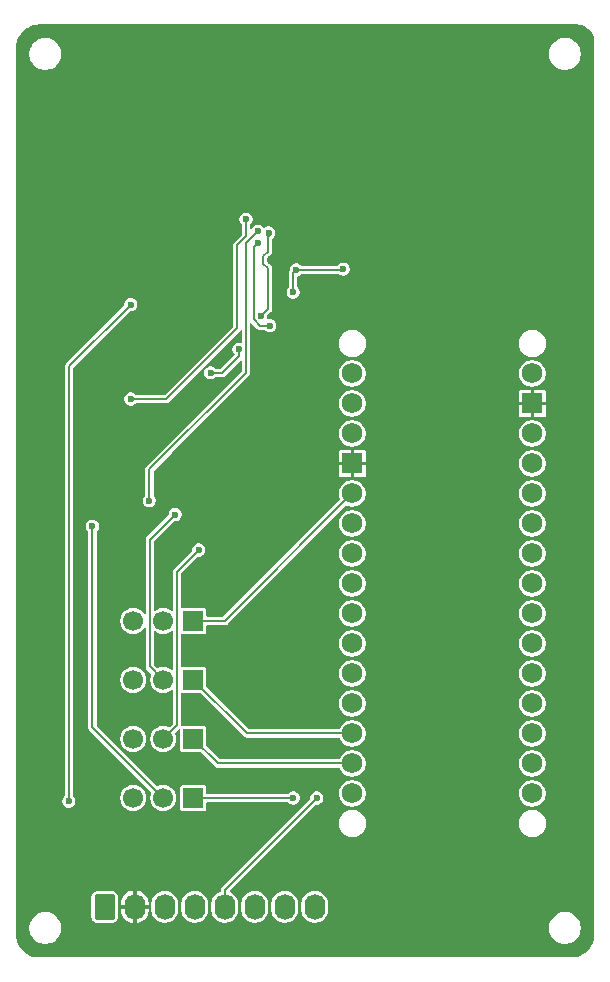
<source format=gbr>
%TF.GenerationSoftware,KiCad,Pcbnew,9.0.5*%
%TF.CreationDate,2025-10-13T11:36:34+02:00*%
%TF.ProjectId,MAX31865,4d415833-3138-4363-952e-6b696361645f,rev?*%
%TF.SameCoordinates,Original*%
%TF.FileFunction,Copper,L2,Bot*%
%TF.FilePolarity,Positive*%
%FSLAX46Y46*%
G04 Gerber Fmt 4.6, Leading zero omitted, Abs format (unit mm)*
G04 Created by KiCad (PCBNEW 9.0.5) date 2025-10-13 11:36:34*
%MOMM*%
%LPD*%
G01*
G04 APERTURE LIST*
G04 Aperture macros list*
%AMRoundRect*
0 Rectangle with rounded corners*
0 $1 Rounding radius*
0 $2 $3 $4 $5 $6 $7 $8 $9 X,Y pos of 4 corners*
0 Add a 4 corners polygon primitive as box body*
4,1,4,$2,$3,$4,$5,$6,$7,$8,$9,$2,$3,0*
0 Add four circle primitives for the rounded corners*
1,1,$1+$1,$2,$3*
1,1,$1+$1,$4,$5*
1,1,$1+$1,$6,$7*
1,1,$1+$1,$8,$9*
0 Add four rect primitives between the rounded corners*
20,1,$1+$1,$2,$3,$4,$5,0*
20,1,$1+$1,$4,$5,$6,$7,0*
20,1,$1+$1,$6,$7,$8,$9,0*
20,1,$1+$1,$8,$9,$2,$3,0*%
G04 Aperture macros list end*
%TA.AperFunction,ComponentPad*%
%ADD10R,1.700000X1.700000*%
%TD*%
%TA.AperFunction,ComponentPad*%
%ADD11C,1.700000*%
%TD*%
%TA.AperFunction,ComponentPad*%
%ADD12RoundRect,0.250000X-0.620000X-0.845000X0.620000X-0.845000X0.620000X0.845000X-0.620000X0.845000X0*%
%TD*%
%TA.AperFunction,ComponentPad*%
%ADD13O,1.740000X2.190000*%
%TD*%
%TA.AperFunction,ComponentPad*%
%ADD14C,1.727200*%
%TD*%
%TA.AperFunction,ComponentPad*%
%ADD15R,1.727200X1.727200*%
%TD*%
%TA.AperFunction,ViaPad*%
%ADD16C,0.600000*%
%TD*%
%TA.AperFunction,ViaPad*%
%ADD17C,0.906400*%
%TD*%
%TA.AperFunction,Conductor*%
%ADD18C,0.200000*%
%TD*%
G04 APERTURE END LIST*
D10*
%TO.P,JP7,1,A*%
%TO.N,/DRDY*%
X115540000Y-121000000D03*
D11*
%TO.P,JP7,2,C*%
%TO.N,/DRDY_JP*%
X113000000Y-121000000D03*
%TO.P,JP7,3,B*%
%TO.N,/DRDY_EXT*%
X110460000Y-121000000D03*
%TD*%
D10*
%TO.P,JP6,1,A*%
%TO.N,/CS_5V*%
X115540000Y-126000000D03*
D11*
%TO.P,JP6,2,C*%
%TO.N,/CS_JP*%
X113000000Y-126000000D03*
%TO.P,JP6,3,B*%
%TO.N,/CS_EXT*%
X110460000Y-126000000D03*
%TD*%
D10*
%TO.P,JP5,1,A*%
%TO.N,/MOSI_5V*%
X115540000Y-131000000D03*
D11*
%TO.P,JP5,2,C*%
%TO.N,/MOSI_JP*%
X113000000Y-131000000D03*
%TO.P,JP5,3,B*%
%TO.N,/MOSI_EXT*%
X110460000Y-131000000D03*
%TD*%
D12*
%TO.P,J3,1,Pin_1*%
%TO.N,5V*%
X108040000Y-145220000D03*
D13*
%TO.P,J3,2,Pin_2*%
%TO.N,GND*%
X110580000Y-145220000D03*
%TO.P,J3,3,Pin_3*%
%TO.N,/SCK_EXT*%
X113120000Y-145220000D03*
%TO.P,J3,4,Pin_4*%
%TO.N,/MOSI_EXT*%
X115660000Y-145220000D03*
%TO.P,J3,5,Pin_5*%
%TO.N,/SDO*%
X118200000Y-145220000D03*
%TO.P,J3,6,Pin_6*%
%TO.N,/CS_EXT*%
X120740000Y-145220000D03*
%TO.P,J3,7,Pin_7*%
%TO.N,/DRDY_EXT*%
X123280000Y-145220000D03*
%TO.P,J3,8,Pin_8*%
%TO.N,unconnected-(J3-Pin_8-Pad8)*%
X125820000Y-145220000D03*
%TD*%
D10*
%TO.P,JP4,1,A*%
%TO.N,/SCK_5V*%
X115540000Y-136000000D03*
D11*
%TO.P,JP4,2,C*%
%TO.N,/SCK_JP*%
X113000000Y-136000000D03*
%TO.P,JP4,3,B*%
%TO.N,/SCK_EXT*%
X110460000Y-136000000D03*
%TD*%
D14*
%TO.P,A1,3V3,3.3V*%
%TO.N,unconnected-(A1-3.3V-Pad3V3)*%
X144240000Y-133080000D03*
%TO.P,A1,5V,5V*%
%TO.N,5V*%
X144240000Y-107680000D03*
%TO.P,A1,A0,A0*%
%TO.N,unconnected-(A1-PadA0)*%
X144240000Y-128000000D03*
%TO.P,A1,A1,A1*%
%TO.N,unconnected-(A1-PadA1)*%
X144240000Y-125460000D03*
%TO.P,A1,A2,A2*%
%TO.N,unconnected-(A1-PadA2)*%
X144240000Y-122920000D03*
%TO.P,A1,A3,A3*%
%TO.N,unconnected-(A1-PadA3)*%
X144240000Y-120380000D03*
%TO.P,A1,A4,A4/SDA*%
%TO.N,unconnected-(A1-A4{slash}SDA-PadA4)*%
X144240000Y-117840000D03*
%TO.P,A1,A5,A5/SCL*%
%TO.N,unconnected-(A1-A5{slash}SCL-PadA5)*%
X144240000Y-115300000D03*
%TO.P,A1,A6,A6*%
%TO.N,unconnected-(A1-PadA6)*%
X144240000Y-112760000D03*
%TO.P,A1,A7,A7*%
%TO.N,unconnected-(A1-PadA7)*%
X144240000Y-110220000D03*
%TO.P,A1,AREF,AREF*%
%TO.N,unconnected-(A1-PadAREF)*%
X144240000Y-130540000D03*
%TO.P,A1,D0,D0/RX*%
%TO.N,unconnected-(A1-D0{slash}RX-PadD0)*%
X129000000Y-102600000D03*
%TO.P,A1,D1,D1/TX*%
%TO.N,unconnected-(A1-D1{slash}TX-PadD1)*%
X129000000Y-100060000D03*
%TO.P,A1,D2,D2_INT0*%
%TO.N,/DRDY*%
X129000000Y-110220000D03*
%TO.P,A1,D3,D3_INT1*%
%TO.N,unconnected-(A1-D3_INT1-PadD3)*%
X129000000Y-112760000D03*
%TO.P,A1,D4,D4*%
%TO.N,unconnected-(A1-PadD4)*%
X129000000Y-115300000D03*
%TO.P,A1,D5,D5*%
%TO.N,unconnected-(A1-PadD5)*%
X129000000Y-117840000D03*
%TO.P,A1,D6,D6*%
%TO.N,unconnected-(A1-PadD6)*%
X129000000Y-120380000D03*
%TO.P,A1,D7,D7*%
%TO.N,unconnected-(A1-PadD7)*%
X129000000Y-122920000D03*
%TO.P,A1,D8,D8*%
%TO.N,unconnected-(A1-PadD8)*%
X129000000Y-125460000D03*
%TO.P,A1,D9,D9*%
%TO.N,unconnected-(A1-PadD9)*%
X129000000Y-128000000D03*
%TO.P,A1,D10,D10*%
%TO.N,/CS_5V*%
X129000000Y-130540000D03*
%TO.P,A1,D11,D11_MOSI*%
%TO.N,/MOSI_5V*%
X129000000Y-133080000D03*
%TO.P,A1,D12,D12_MISO*%
%TO.N,/SDO*%
X129000000Y-135620000D03*
%TO.P,A1,D13,D13_SCK*%
%TO.N,/SCK_5V*%
X144240000Y-135620000D03*
D15*
%TO.P,A1,GND1,GND*%
%TO.N,GND*%
X129000000Y-107680000D03*
%TO.P,A1,GND2,GND*%
X144240000Y-102600000D03*
D14*
%TO.P,A1,RST1,RESET*%
%TO.N,unconnected-(A1-RESET-PadRST1)*%
X129000000Y-105140000D03*
%TO.P,A1,RST2,RESET*%
%TO.N,unconnected-(A1-RESET-PadRST2)*%
X144240000Y-105140000D03*
%TO.P,A1,VIN,VIN*%
%TO.N,unconnected-(A1-PadVIN)*%
X144240000Y-100060000D03*
%TD*%
D16*
%TO.N,GND*%
X124800000Y-82200000D03*
X118300000Y-104900000D03*
X121600000Y-97200000D03*
X112300000Y-143200000D03*
X113000000Y-123600000D03*
%TO.N,/DRDY_JP*%
X119400000Y-98000000D03*
X117000000Y-100000000D03*
X123995319Y-93168200D03*
%TO.N,/CS_JP*%
X114000000Y-112000000D03*
%TO.N,/MOSI_JP*%
X116000000Y-115000000D03*
%TO.N,/SCK_JP*%
X107000000Y-113000000D03*
%TO.N,/SCK_5V*%
X124000000Y-136000000D03*
%TO.N,/SCLK*%
X111817499Y-110817499D03*
X121000000Y-88000000D03*
%TO.N,/SDO*%
X121000000Y-89000000D03*
X122000000Y-96000000D03*
%TO.N,GND*%
X114000000Y-141000000D03*
%TO.N,/SDO*%
X126000000Y-136000000D03*
%TO.N,GND*%
X122200000Y-134300000D03*
X136000000Y-100000000D03*
X126240000Y-75220000D03*
X120400000Y-84600000D03*
%TO.N,/SDI*%
X110240000Y-102220000D03*
%TO.N,GND*%
X132106900Y-90047400D03*
X103000000Y-130000000D03*
%TO.N,/CS*%
X121240000Y-95220000D03*
%TO.N,GND*%
X111240000Y-90220000D03*
%TO.N,5V*%
X105000000Y-136280000D03*
%TO.N,/CS*%
X121931369Y-88149724D03*
D17*
%TO.N,GND*%
X122216900Y-90447400D03*
D16*
%TO.N,5V*%
X110240000Y-94220000D03*
%TO.N,/DRDY_JP*%
X128240000Y-91220000D03*
%TO.N,GND*%
X128240000Y-83220000D03*
%TO.N,/DRDY_JP*%
X124240000Y-91275902D03*
%TO.N,GND*%
X122000000Y-122200000D03*
X116360000Y-83302500D03*
%TO.N,/SDI*%
X120000000Y-87000000D03*
%TD*%
D18*
%TO.N,5V*%
X105000000Y-99460000D02*
X110240000Y-94220000D01*
X105000000Y-136280000D02*
X105000000Y-99460000D01*
%TO.N,/DRDY_JP*%
X123995319Y-91520583D02*
X124240000Y-91275902D01*
X123995319Y-93168200D02*
X123995319Y-91520583D01*
X119400000Y-98600000D02*
X119400000Y-98000000D01*
X118000000Y-100000000D02*
X119400000Y-98600000D01*
X117000000Y-100000000D02*
X118000000Y-100000000D01*
%TO.N,/CS_JP*%
X111849000Y-114151000D02*
X114000000Y-112000000D01*
X111849000Y-124849000D02*
X111849000Y-114151000D01*
X113000000Y-126000000D02*
X111849000Y-124849000D01*
%TO.N,/MOSI_JP*%
X114151000Y-116849000D02*
X116000000Y-115000000D01*
X114151000Y-129849000D02*
X114151000Y-116849000D01*
X113000000Y-131000000D02*
X114151000Y-129849000D01*
%TO.N,/SCK_JP*%
X107000000Y-130000000D02*
X107000000Y-113000000D01*
X113000000Y-136000000D02*
X107000000Y-130000000D01*
%TO.N,/DRDY*%
X118220000Y-121000000D02*
X129000000Y-110220000D01*
X115540000Y-121000000D02*
X118220000Y-121000000D01*
%TO.N,/CS_5V*%
X129000000Y-130540000D02*
X120080000Y-130540000D01*
X120080000Y-130540000D02*
X115540000Y-126000000D01*
%TO.N,/MOSI_5V*%
X117620000Y-133080000D02*
X115540000Y-131000000D01*
X129000000Y-133080000D02*
X117620000Y-133080000D01*
%TO.N,/SCK_5V*%
X124000000Y-136000000D02*
X115540000Y-136000000D01*
%TO.N,/SCLK*%
X121000000Y-88027100D02*
X121000000Y-88000000D01*
X111817499Y-108182501D02*
X120000000Y-100000000D01*
X120000000Y-100000000D02*
X120000000Y-89027100D01*
X111817499Y-110817499D02*
X111817499Y-108182501D01*
X120000000Y-89027100D02*
X121000000Y-88027100D01*
%TO.N,/SDO*%
X120639000Y-95468943D02*
X120639000Y-89361000D01*
X122000000Y-96000000D02*
X121170057Y-96000000D01*
X120639000Y-89361000D02*
X121000000Y-89000000D01*
X121170057Y-96000000D02*
X120639000Y-95468943D01*
X118200000Y-143800000D02*
X126000000Y-136000000D01*
X118200000Y-145220000D02*
X118200000Y-143800000D01*
%TO.N,/SDI*%
X113240000Y-102220000D02*
X110240000Y-102220000D01*
X119240000Y-89220000D02*
X119240000Y-96220000D01*
X119240000Y-96220000D02*
X113240000Y-102220000D01*
X120000000Y-87000000D02*
X120000000Y-88460000D01*
X120000000Y-88460000D02*
X119240000Y-89220000D01*
%TO.N,/CS*%
X121462700Y-90135000D02*
X121839000Y-89758700D01*
X121462700Y-90759800D02*
X121462700Y-90135000D01*
X121839000Y-89758700D02*
X121839000Y-88524936D01*
X121839000Y-91136100D02*
X121462700Y-90759800D01*
%TO.N,/DRDY_JP*%
X128184098Y-91275902D02*
X124240000Y-91275902D01*
%TO.N,/CS*%
X122072790Y-88291145D02*
X121931369Y-88149724D01*
X121839000Y-94621000D02*
X121839000Y-91136100D01*
X121240000Y-95220000D02*
X121839000Y-94621000D01*
%TO.N,/DRDY_JP*%
X128240000Y-91220000D02*
X128184098Y-91275902D01*
%TO.N,/CS*%
X121839000Y-88524936D02*
X122072790Y-88291145D01*
%TD*%
%TA.AperFunction,Conductor*%
%TO.N,GND*%
G36*
X112302736Y-121858644D02*
G01*
X112421116Y-121944653D01*
X112576019Y-122023580D01*
X112741362Y-122077303D01*
X112913074Y-122104500D01*
X112913076Y-122104500D01*
X113086924Y-122104500D01*
X113086926Y-122104500D01*
X113258638Y-122077303D01*
X113423981Y-122023580D01*
X113578884Y-121944653D01*
X113697263Y-121858644D01*
X113743777Y-121847477D01*
X113784563Y-121872471D01*
X113796500Y-121909208D01*
X113796500Y-125090791D01*
X113778194Y-125134985D01*
X113734000Y-125153291D01*
X113697263Y-125141355D01*
X113578884Y-125055347D01*
X113439100Y-124984123D01*
X113423987Y-124976423D01*
X113423979Y-124976419D01*
X113258636Y-124922696D01*
X113258637Y-124922696D01*
X113086937Y-124895501D01*
X113086927Y-124895500D01*
X113086926Y-124895500D01*
X112913074Y-124895500D01*
X112913072Y-124895500D01*
X112913062Y-124895501D01*
X112741362Y-124922696D01*
X112576020Y-124976419D01*
X112576016Y-124976421D01*
X112551383Y-124988972D01*
X112503695Y-124992723D01*
X112478816Y-124977477D01*
X112221806Y-124720467D01*
X112203500Y-124676273D01*
X112203500Y-121909208D01*
X112221806Y-121865014D01*
X112266000Y-121846708D01*
X112302736Y-121858644D01*
G37*
%TD.AperFunction*%
%TA.AperFunction,Conductor*%
G36*
X148002223Y-70500659D02*
G01*
X148208943Y-70515444D01*
X148217768Y-70516713D01*
X148418095Y-70560290D01*
X148426646Y-70562802D01*
X148618732Y-70634447D01*
X148626830Y-70638145D01*
X148747496Y-70704033D01*
X148806766Y-70736397D01*
X148814268Y-70741218D01*
X148978388Y-70864077D01*
X148985127Y-70869917D01*
X149130082Y-71014872D01*
X149135922Y-71021611D01*
X149258781Y-71185731D01*
X149263602Y-71193233D01*
X149361851Y-71373162D01*
X149365555Y-71381273D01*
X149437196Y-71573350D01*
X149439709Y-71581907D01*
X149483286Y-71782231D01*
X149484555Y-71791057D01*
X149499341Y-71997776D01*
X149499500Y-72002235D01*
X149499500Y-147497956D01*
X149499366Y-147502044D01*
X149482661Y-147756899D01*
X149481594Y-147765004D01*
X149432168Y-148013491D01*
X149430052Y-148021388D01*
X149348614Y-148261293D01*
X149345486Y-148268846D01*
X149233428Y-148496078D01*
X149229340Y-148503158D01*
X149088585Y-148713812D01*
X149083608Y-148720298D01*
X148916561Y-148910780D01*
X148910780Y-148916561D01*
X148720298Y-149083608D01*
X148713812Y-149088585D01*
X148503158Y-149229340D01*
X148496078Y-149233428D01*
X148268846Y-149345486D01*
X148261293Y-149348614D01*
X148021388Y-149430052D01*
X148013491Y-149432168D01*
X147765004Y-149481594D01*
X147756899Y-149482661D01*
X147502044Y-149499366D01*
X147497956Y-149499500D01*
X102502044Y-149499500D01*
X102497956Y-149499366D01*
X102243100Y-149482661D01*
X102234995Y-149481594D01*
X101986508Y-149432168D01*
X101978611Y-149430052D01*
X101738706Y-149348614D01*
X101731153Y-149345486D01*
X101503921Y-149233428D01*
X101496841Y-149229340D01*
X101286187Y-149088585D01*
X101279701Y-149083608D01*
X101270179Y-149075257D01*
X101089212Y-148916554D01*
X101083445Y-148910787D01*
X100916390Y-148720297D01*
X100911414Y-148713812D01*
X100770659Y-148503158D01*
X100766571Y-148496078D01*
X100654513Y-148268846D01*
X100651385Y-148261293D01*
X100572906Y-148030104D01*
X100569944Y-148021377D01*
X100567834Y-148013502D01*
X100518404Y-147765003D01*
X100517338Y-147756899D01*
X100500634Y-147502044D01*
X100500500Y-147497956D01*
X100500500Y-146893715D01*
X101649500Y-146893715D01*
X101649500Y-147106284D01*
X101649501Y-147106300D01*
X101682753Y-147316240D01*
X101682753Y-147316241D01*
X101748442Y-147518410D01*
X101748446Y-147518418D01*
X101844949Y-147707817D01*
X101969897Y-147879794D01*
X102120205Y-148030102D01*
X102292182Y-148155050D01*
X102292184Y-148155051D01*
X102481588Y-148251557D01*
X102683757Y-148317246D01*
X102772244Y-148331261D01*
X102893699Y-148350498D01*
X102893705Y-148350498D01*
X102893713Y-148350500D01*
X102893715Y-148350500D01*
X103106285Y-148350500D01*
X103106287Y-148350500D01*
X103316243Y-148317246D01*
X103518412Y-148251557D01*
X103707816Y-148155051D01*
X103879792Y-148030104D01*
X104030104Y-147879792D01*
X104155051Y-147707816D01*
X104251557Y-147518412D01*
X104317246Y-147316243D01*
X104350500Y-147106287D01*
X104350500Y-146893715D01*
X145649500Y-146893715D01*
X145649500Y-147106284D01*
X145649501Y-147106300D01*
X145682753Y-147316240D01*
X145682753Y-147316241D01*
X145748442Y-147518410D01*
X145748446Y-147518418D01*
X145844949Y-147707817D01*
X145969897Y-147879794D01*
X146120205Y-148030102D01*
X146292182Y-148155050D01*
X146292184Y-148155051D01*
X146481588Y-148251557D01*
X146683757Y-148317246D01*
X146772244Y-148331261D01*
X146893699Y-148350498D01*
X146893705Y-148350498D01*
X146893713Y-148350500D01*
X146893715Y-148350500D01*
X147106285Y-148350500D01*
X147106287Y-148350500D01*
X147316243Y-148317246D01*
X147518412Y-148251557D01*
X147707816Y-148155051D01*
X147879792Y-148030104D01*
X148030104Y-147879792D01*
X148155051Y-147707816D01*
X148251557Y-147518412D01*
X148317246Y-147316243D01*
X148350500Y-147106287D01*
X148350500Y-146893713D01*
X148317246Y-146683757D01*
X148251557Y-146481588D01*
X148155051Y-146292184D01*
X148095208Y-146209817D01*
X148030102Y-146120205D01*
X147879794Y-145969897D01*
X147707817Y-145844949D01*
X147518418Y-145748446D01*
X147518410Y-145748442D01*
X147316241Y-145682753D01*
X147106300Y-145649501D01*
X147106288Y-145649500D01*
X147106287Y-145649500D01*
X146893713Y-145649500D01*
X146893711Y-145649500D01*
X146893699Y-145649501D01*
X146683759Y-145682753D01*
X146683758Y-145682753D01*
X146481589Y-145748442D01*
X146481581Y-145748446D01*
X146292182Y-145844949D01*
X146120205Y-145969897D01*
X145969897Y-146120205D01*
X145844949Y-146292182D01*
X145748446Y-146481581D01*
X145748442Y-146481589D01*
X145682753Y-146683758D01*
X145682753Y-146683759D01*
X145649501Y-146893699D01*
X145649500Y-146893715D01*
X104350500Y-146893715D01*
X104350500Y-146893713D01*
X104317246Y-146683757D01*
X104251557Y-146481588D01*
X104155051Y-146292184D01*
X104095208Y-146209817D01*
X104030102Y-146120205D01*
X103879794Y-145969897D01*
X103707817Y-145844949D01*
X103518418Y-145748446D01*
X103518410Y-145748442D01*
X103316241Y-145682753D01*
X103106300Y-145649501D01*
X103106288Y-145649500D01*
X103106287Y-145649500D01*
X102893713Y-145649500D01*
X102893711Y-145649500D01*
X102893699Y-145649501D01*
X102683759Y-145682753D01*
X102683758Y-145682753D01*
X102481589Y-145748442D01*
X102481581Y-145748446D01*
X102292182Y-145844949D01*
X102120205Y-145969897D01*
X101969897Y-146120205D01*
X101844949Y-146292182D01*
X101748446Y-146481581D01*
X101748442Y-146481589D01*
X101682753Y-146683758D01*
X101682753Y-146683759D01*
X101649501Y-146893699D01*
X101649500Y-146893715D01*
X100500500Y-146893715D01*
X100500500Y-144326737D01*
X106915500Y-144326737D01*
X106915500Y-146113246D01*
X106915501Y-146113263D01*
X106921960Y-146173343D01*
X106972656Y-146309263D01*
X106972657Y-146309265D01*
X106972658Y-146309267D01*
X107059596Y-146425404D01*
X107175733Y-146512342D01*
X107311658Y-146563040D01*
X107371745Y-146569500D01*
X108708254Y-146569499D01*
X108768342Y-146563040D01*
X108904267Y-146512342D01*
X109020404Y-146425404D01*
X109107342Y-146309267D01*
X109158040Y-146173342D01*
X109164500Y-146113255D01*
X109164499Y-144902606D01*
X109406000Y-144902606D01*
X109406000Y-145068000D01*
X110004739Y-145068000D01*
X109985000Y-145141667D01*
X109985000Y-145298333D01*
X110004739Y-145372000D01*
X109406000Y-145372000D01*
X109406000Y-145537393D01*
X109406001Y-145537409D01*
X109434907Y-145719909D01*
X109434907Y-145719910D01*
X109492011Y-145895657D01*
X109492015Y-145895665D01*
X109575904Y-146060307D01*
X109684529Y-146209817D01*
X109815182Y-146340470D01*
X109964692Y-146449095D01*
X110129334Y-146532984D01*
X110129342Y-146532988D01*
X110305082Y-146590090D01*
X110428000Y-146609558D01*
X110428000Y-145795261D01*
X110501667Y-145815000D01*
X110658333Y-145815000D01*
X110732000Y-145795261D01*
X110732000Y-146609558D01*
X110854917Y-146590090D01*
X111030657Y-146532988D01*
X111030665Y-146532984D01*
X111195307Y-146449095D01*
X111344817Y-146340470D01*
X111475470Y-146209817D01*
X111584095Y-146060307D01*
X111667984Y-145895665D01*
X111667988Y-145895657D01*
X111725092Y-145719910D01*
X111725092Y-145719909D01*
X111753998Y-145537409D01*
X111754000Y-145537393D01*
X111754000Y-145372000D01*
X111155261Y-145372000D01*
X111175000Y-145298333D01*
X111175000Y-145141667D01*
X111155261Y-145068000D01*
X111754000Y-145068000D01*
X111754000Y-144906502D01*
X111995500Y-144906502D01*
X111995500Y-145533497D01*
X111995501Y-145533513D01*
X112023188Y-145708318D01*
X112023188Y-145708319D01*
X112077885Y-145876659D01*
X112077886Y-145876661D01*
X112158243Y-146034368D01*
X112262279Y-146177561D01*
X112262286Y-146177569D01*
X112387430Y-146302713D01*
X112387438Y-146302720D01*
X112530634Y-146406758D01*
X112688342Y-146487115D01*
X112856679Y-146541811D01*
X112930359Y-146553480D01*
X113031486Y-146569498D01*
X113031492Y-146569498D01*
X113031500Y-146569500D01*
X113031502Y-146569500D01*
X113208498Y-146569500D01*
X113208500Y-146569500D01*
X113383321Y-146541811D01*
X113551658Y-146487115D01*
X113709366Y-146406758D01*
X113852562Y-146302720D01*
X113977720Y-146177562D01*
X114081758Y-146034366D01*
X114162115Y-145876658D01*
X114216811Y-145708321D01*
X114244500Y-145533500D01*
X114244500Y-144906502D01*
X114535500Y-144906502D01*
X114535500Y-145533497D01*
X114535501Y-145533513D01*
X114563188Y-145708318D01*
X114563188Y-145708319D01*
X114617885Y-145876659D01*
X114617886Y-145876661D01*
X114698243Y-146034368D01*
X114802279Y-146177561D01*
X114802286Y-146177569D01*
X114927430Y-146302713D01*
X114927438Y-146302720D01*
X115070634Y-146406758D01*
X115228342Y-146487115D01*
X115396679Y-146541811D01*
X115470359Y-146553480D01*
X115571486Y-146569498D01*
X115571492Y-146569498D01*
X115571500Y-146569500D01*
X115571502Y-146569500D01*
X115748498Y-146569500D01*
X115748500Y-146569500D01*
X115923321Y-146541811D01*
X116091658Y-146487115D01*
X116249366Y-146406758D01*
X116392562Y-146302720D01*
X116517720Y-146177562D01*
X116621758Y-146034366D01*
X116702115Y-145876658D01*
X116756811Y-145708321D01*
X116784500Y-145533500D01*
X116784500Y-144906502D01*
X117075500Y-144906502D01*
X117075500Y-145533497D01*
X117075501Y-145533513D01*
X117103188Y-145708318D01*
X117103188Y-145708319D01*
X117157885Y-145876659D01*
X117157886Y-145876661D01*
X117238243Y-146034368D01*
X117342279Y-146177561D01*
X117342286Y-146177569D01*
X117467430Y-146302713D01*
X117467438Y-146302720D01*
X117610634Y-146406758D01*
X117768342Y-146487115D01*
X117936679Y-146541811D01*
X118010359Y-146553480D01*
X118111486Y-146569498D01*
X118111492Y-146569498D01*
X118111500Y-146569500D01*
X118111502Y-146569500D01*
X118288498Y-146569500D01*
X118288500Y-146569500D01*
X118463321Y-146541811D01*
X118631658Y-146487115D01*
X118789366Y-146406758D01*
X118932562Y-146302720D01*
X119057720Y-146177562D01*
X119161758Y-146034366D01*
X119242115Y-145876658D01*
X119296811Y-145708321D01*
X119324500Y-145533500D01*
X119324500Y-144906502D01*
X119615500Y-144906502D01*
X119615500Y-145533497D01*
X119615501Y-145533513D01*
X119643188Y-145708318D01*
X119643188Y-145708319D01*
X119697885Y-145876659D01*
X119697886Y-145876661D01*
X119778243Y-146034368D01*
X119882279Y-146177561D01*
X119882286Y-146177569D01*
X120007430Y-146302713D01*
X120007438Y-146302720D01*
X120150634Y-146406758D01*
X120308342Y-146487115D01*
X120476679Y-146541811D01*
X120550359Y-146553480D01*
X120651486Y-146569498D01*
X120651492Y-146569498D01*
X120651500Y-146569500D01*
X120651502Y-146569500D01*
X120828498Y-146569500D01*
X120828500Y-146569500D01*
X121003321Y-146541811D01*
X121171658Y-146487115D01*
X121329366Y-146406758D01*
X121472562Y-146302720D01*
X121597720Y-146177562D01*
X121701758Y-146034366D01*
X121782115Y-145876658D01*
X121836811Y-145708321D01*
X121864500Y-145533500D01*
X121864500Y-144906502D01*
X122155500Y-144906502D01*
X122155500Y-145533497D01*
X122155501Y-145533513D01*
X122183188Y-145708318D01*
X122183188Y-145708319D01*
X122237885Y-145876659D01*
X122237886Y-145876661D01*
X122318243Y-146034368D01*
X122422279Y-146177561D01*
X122422286Y-146177569D01*
X122547430Y-146302713D01*
X122547438Y-146302720D01*
X122690634Y-146406758D01*
X122848342Y-146487115D01*
X123016679Y-146541811D01*
X123090359Y-146553480D01*
X123191486Y-146569498D01*
X123191492Y-146569498D01*
X123191500Y-146569500D01*
X123191502Y-146569500D01*
X123368498Y-146569500D01*
X123368500Y-146569500D01*
X123543321Y-146541811D01*
X123711658Y-146487115D01*
X123869366Y-146406758D01*
X124012562Y-146302720D01*
X124137720Y-146177562D01*
X124241758Y-146034366D01*
X124322115Y-145876658D01*
X124376811Y-145708321D01*
X124404500Y-145533500D01*
X124404500Y-144906502D01*
X124695500Y-144906502D01*
X124695500Y-145533497D01*
X124695501Y-145533513D01*
X124723188Y-145708318D01*
X124723188Y-145708319D01*
X124777885Y-145876659D01*
X124777886Y-145876661D01*
X124858243Y-146034368D01*
X124962279Y-146177561D01*
X124962286Y-146177569D01*
X125087430Y-146302713D01*
X125087438Y-146302720D01*
X125230634Y-146406758D01*
X125388342Y-146487115D01*
X125556679Y-146541811D01*
X125630359Y-146553480D01*
X125731486Y-146569498D01*
X125731492Y-146569498D01*
X125731500Y-146569500D01*
X125731502Y-146569500D01*
X125908498Y-146569500D01*
X125908500Y-146569500D01*
X126083321Y-146541811D01*
X126251658Y-146487115D01*
X126409366Y-146406758D01*
X126552562Y-146302720D01*
X126677720Y-146177562D01*
X126781758Y-146034366D01*
X126862115Y-145876658D01*
X126916811Y-145708321D01*
X126944500Y-145533500D01*
X126944500Y-144906500D01*
X126916811Y-144731679D01*
X126862115Y-144563342D01*
X126781758Y-144405634D01*
X126677720Y-144262438D01*
X126677713Y-144262430D01*
X126552569Y-144137286D01*
X126552561Y-144137279D01*
X126409368Y-144033243D01*
X126251661Y-143952886D01*
X126251659Y-143952885D01*
X126083319Y-143898188D01*
X125908513Y-143870501D01*
X125908501Y-143870500D01*
X125908500Y-143870500D01*
X125731500Y-143870500D01*
X125731498Y-143870500D01*
X125731486Y-143870501D01*
X125556681Y-143898188D01*
X125556680Y-143898188D01*
X125388340Y-143952885D01*
X125388338Y-143952886D01*
X125230631Y-144033243D01*
X125087438Y-144137279D01*
X125087430Y-144137286D01*
X124962286Y-144262430D01*
X124962279Y-144262438D01*
X124858243Y-144405631D01*
X124777886Y-144563338D01*
X124777885Y-144563340D01*
X124723188Y-144731680D01*
X124723188Y-144731681D01*
X124695501Y-144906486D01*
X124695500Y-144906502D01*
X124404500Y-144906502D01*
X124404500Y-144906500D01*
X124376811Y-144731679D01*
X124322115Y-144563342D01*
X124241758Y-144405634D01*
X124137720Y-144262438D01*
X124137713Y-144262430D01*
X124012569Y-144137286D01*
X124012561Y-144137279D01*
X123869368Y-144033243D01*
X123711661Y-143952886D01*
X123711659Y-143952885D01*
X123543319Y-143898188D01*
X123368513Y-143870501D01*
X123368501Y-143870500D01*
X123368500Y-143870500D01*
X123191500Y-143870500D01*
X123191498Y-143870500D01*
X123191486Y-143870501D01*
X123016681Y-143898188D01*
X123016680Y-143898188D01*
X122848340Y-143952885D01*
X122848338Y-143952886D01*
X122690631Y-144033243D01*
X122547438Y-144137279D01*
X122547430Y-144137286D01*
X122422286Y-144262430D01*
X122422279Y-144262438D01*
X122318243Y-144405631D01*
X122237886Y-144563338D01*
X122237885Y-144563340D01*
X122183188Y-144731680D01*
X122183188Y-144731681D01*
X122155501Y-144906486D01*
X122155500Y-144906502D01*
X121864500Y-144906502D01*
X121864500Y-144906500D01*
X121836811Y-144731679D01*
X121782115Y-144563342D01*
X121701758Y-144405634D01*
X121597720Y-144262438D01*
X121597713Y-144262430D01*
X121472569Y-144137286D01*
X121472561Y-144137279D01*
X121329368Y-144033243D01*
X121171661Y-143952886D01*
X121171659Y-143952885D01*
X121003319Y-143898188D01*
X120828513Y-143870501D01*
X120828501Y-143870500D01*
X120828500Y-143870500D01*
X120651500Y-143870500D01*
X120651498Y-143870500D01*
X120651486Y-143870501D01*
X120476681Y-143898188D01*
X120476680Y-143898188D01*
X120308340Y-143952885D01*
X120308338Y-143952886D01*
X120150631Y-144033243D01*
X120007438Y-144137279D01*
X120007430Y-144137286D01*
X119882286Y-144262430D01*
X119882279Y-144262438D01*
X119778243Y-144405631D01*
X119697886Y-144563338D01*
X119697885Y-144563340D01*
X119643188Y-144731680D01*
X119643188Y-144731681D01*
X119615501Y-144906486D01*
X119615500Y-144906502D01*
X119324500Y-144906502D01*
X119324500Y-144906500D01*
X119296811Y-144731679D01*
X119242115Y-144563342D01*
X119161758Y-144405634D01*
X119057720Y-144262438D01*
X119057713Y-144262430D01*
X118932569Y-144137286D01*
X118932561Y-144137279D01*
X118789368Y-144033243D01*
X118653185Y-143963853D01*
X118622119Y-143927478D01*
X118625872Y-143879790D01*
X118637363Y-143863974D01*
X124431883Y-138069456D01*
X127849500Y-138069456D01*
X127849500Y-138250543D01*
X127849501Y-138250559D01*
X127877828Y-138429403D01*
X127877831Y-138429416D01*
X127933787Y-138601633D01*
X127933789Y-138601640D01*
X128016004Y-138762994D01*
X128122447Y-138909501D01*
X128122450Y-138909504D01*
X128122453Y-138909508D01*
X128250491Y-139037546D01*
X128250494Y-139037548D01*
X128250499Y-139037553D01*
X128397006Y-139143996D01*
X128558361Y-139226211D01*
X128730591Y-139282171D01*
X128870922Y-139304397D01*
X128909440Y-139310498D01*
X128909446Y-139310498D01*
X128909454Y-139310500D01*
X128909456Y-139310500D01*
X129090544Y-139310500D01*
X129090546Y-139310500D01*
X129269409Y-139282171D01*
X129441639Y-139226211D01*
X129602994Y-139143996D01*
X129749501Y-139037553D01*
X129877553Y-138909501D01*
X129983996Y-138762994D01*
X130066211Y-138601639D01*
X130122171Y-138429409D01*
X130150500Y-138250546D01*
X130150500Y-138069456D01*
X143089500Y-138069456D01*
X143089500Y-138250543D01*
X143089501Y-138250559D01*
X143117828Y-138429403D01*
X143117831Y-138429416D01*
X143173787Y-138601633D01*
X143173789Y-138601640D01*
X143256004Y-138762994D01*
X143362447Y-138909501D01*
X143362450Y-138909504D01*
X143362453Y-138909508D01*
X143490491Y-139037546D01*
X143490494Y-139037548D01*
X143490499Y-139037553D01*
X143637006Y-139143996D01*
X143798361Y-139226211D01*
X143970591Y-139282171D01*
X144110922Y-139304397D01*
X144149440Y-139310498D01*
X144149446Y-139310498D01*
X144149454Y-139310500D01*
X144149456Y-139310500D01*
X144330544Y-139310500D01*
X144330546Y-139310500D01*
X144509409Y-139282171D01*
X144681639Y-139226211D01*
X144842994Y-139143996D01*
X144989501Y-139037553D01*
X145117553Y-138909501D01*
X145223996Y-138762994D01*
X145306211Y-138601639D01*
X145362171Y-138429409D01*
X145390500Y-138250546D01*
X145390500Y-138069454D01*
X145362171Y-137890591D01*
X145306211Y-137718361D01*
X145223996Y-137557006D01*
X145117553Y-137410499D01*
X145117548Y-137410494D01*
X145117546Y-137410491D01*
X144989508Y-137282453D01*
X144989504Y-137282450D01*
X144989501Y-137282447D01*
X144842994Y-137176004D01*
X144681640Y-137093789D01*
X144681633Y-137093787D01*
X144509416Y-137037831D01*
X144509413Y-137037830D01*
X144509409Y-137037829D01*
X144509403Y-137037828D01*
X144330559Y-137009501D01*
X144330547Y-137009500D01*
X144330546Y-137009500D01*
X144149454Y-137009500D01*
X144149452Y-137009500D01*
X144149440Y-137009501D01*
X143970596Y-137037828D01*
X143970593Y-137037828D01*
X143970591Y-137037829D01*
X143970589Y-137037829D01*
X143970583Y-137037831D01*
X143798366Y-137093787D01*
X143798359Y-137093789D01*
X143637005Y-137176004D01*
X143490491Y-137282453D01*
X143362453Y-137410491D01*
X143256004Y-137557005D01*
X143173789Y-137718359D01*
X143173787Y-137718366D01*
X143117831Y-137890583D01*
X143117828Y-137890596D01*
X143089501Y-138069440D01*
X143089500Y-138069456D01*
X130150500Y-138069456D01*
X130150500Y-138069454D01*
X130122171Y-137890591D01*
X130066211Y-137718361D01*
X129983996Y-137557006D01*
X129877553Y-137410499D01*
X129877548Y-137410494D01*
X129877546Y-137410491D01*
X129749508Y-137282453D01*
X129749504Y-137282450D01*
X129749501Y-137282447D01*
X129602994Y-137176004D01*
X129441640Y-137093789D01*
X129441633Y-137093787D01*
X129269416Y-137037831D01*
X129269413Y-137037830D01*
X129269409Y-137037829D01*
X129269403Y-137037828D01*
X129090559Y-137009501D01*
X129090547Y-137009500D01*
X129090546Y-137009500D01*
X128909454Y-137009500D01*
X128909452Y-137009500D01*
X128909440Y-137009501D01*
X128730596Y-137037828D01*
X128730593Y-137037828D01*
X128730591Y-137037829D01*
X128730589Y-137037829D01*
X128730583Y-137037831D01*
X128558366Y-137093787D01*
X128558359Y-137093789D01*
X128397005Y-137176004D01*
X128250491Y-137282453D01*
X128122453Y-137410491D01*
X128016004Y-137557005D01*
X127933789Y-137718359D01*
X127933787Y-137718366D01*
X127877831Y-137890583D01*
X127877828Y-137890596D01*
X127849501Y-138069440D01*
X127849500Y-138069456D01*
X124431883Y-138069456D01*
X125928533Y-136572806D01*
X125972727Y-136554500D01*
X126073000Y-136554500D01*
X126073001Y-136554500D01*
X126214029Y-136516712D01*
X126340471Y-136443711D01*
X126443711Y-136340471D01*
X126516712Y-136214029D01*
X126554500Y-136073001D01*
X126554500Y-135926999D01*
X126516712Y-135785971D01*
X126443711Y-135659529D01*
X126443709Y-135659527D01*
X126443706Y-135659523D01*
X126340476Y-135556293D01*
X126340472Y-135556290D01*
X126340471Y-135556289D01*
X126298411Y-135532006D01*
X127881900Y-135532006D01*
X127881900Y-135707993D01*
X127881901Y-135708007D01*
X127909431Y-135881821D01*
X127909432Y-135881824D01*
X127931045Y-135948341D01*
X127963816Y-136049201D01*
X127963818Y-136049206D01*
X127963819Y-136049207D01*
X128043716Y-136206014D01*
X128147160Y-136348392D01*
X128147167Y-136348400D01*
X128271599Y-136472832D01*
X128271607Y-136472839D01*
X128409199Y-136572806D01*
X128413988Y-136576285D01*
X128570799Y-136656184D01*
X128738178Y-136710568D01*
X128912004Y-136738100D01*
X128912006Y-136738100D01*
X129087994Y-136738100D01*
X129087996Y-136738100D01*
X129261822Y-136710568D01*
X129429201Y-136656184D01*
X129586012Y-136576285D01*
X129728393Y-136472839D01*
X129852839Y-136348393D01*
X129956285Y-136206012D01*
X130036184Y-136049201D01*
X130090568Y-135881822D01*
X130118100Y-135707996D01*
X130118100Y-135532006D01*
X143121900Y-135532006D01*
X143121900Y-135707993D01*
X143121901Y-135708007D01*
X143149431Y-135881821D01*
X143149432Y-135881824D01*
X143171045Y-135948341D01*
X143203816Y-136049201D01*
X143203818Y-136049206D01*
X143203819Y-136049207D01*
X143283716Y-136206014D01*
X143387160Y-136348392D01*
X143387167Y-136348400D01*
X143511599Y-136472832D01*
X143511607Y-136472839D01*
X143649199Y-136572806D01*
X143653988Y-136576285D01*
X143810799Y-136656184D01*
X143978178Y-136710568D01*
X144152004Y-136738100D01*
X144152006Y-136738100D01*
X144327994Y-136738100D01*
X144327996Y-136738100D01*
X144501822Y-136710568D01*
X144669201Y-136656184D01*
X144826012Y-136576285D01*
X144968393Y-136472839D01*
X145092839Y-136348393D01*
X145196285Y-136206012D01*
X145276184Y-136049201D01*
X145330568Y-135881822D01*
X145358100Y-135707996D01*
X145358100Y-135532004D01*
X145330568Y-135358178D01*
X145276184Y-135190799D01*
X145196285Y-135033988D01*
X145092839Y-134891607D01*
X145092832Y-134891599D01*
X144968400Y-134767167D01*
X144968392Y-134767160D01*
X144826014Y-134663716D01*
X144669207Y-134583819D01*
X144669206Y-134583818D01*
X144669201Y-134583816D01*
X144669195Y-134583814D01*
X144501824Y-134529432D01*
X144501821Y-134529431D01*
X144328007Y-134501901D01*
X144327997Y-134501900D01*
X144327996Y-134501900D01*
X144152004Y-134501900D01*
X144152002Y-134501900D01*
X144151992Y-134501901D01*
X143978178Y-134529431D01*
X143978175Y-134529432D01*
X143810804Y-134583814D01*
X143810792Y-134583819D01*
X143653985Y-134663716D01*
X143511607Y-134767160D01*
X143511599Y-134767167D01*
X143387167Y-134891599D01*
X143387160Y-134891607D01*
X143283716Y-135033985D01*
X143203819Y-135190792D01*
X143203814Y-135190804D01*
X143149432Y-135358175D01*
X143149431Y-135358178D01*
X143121901Y-135531992D01*
X143121900Y-135532006D01*
X130118100Y-135532006D01*
X130118100Y-135532004D01*
X130090568Y-135358178D01*
X130036184Y-135190799D01*
X129956285Y-135033988D01*
X129852839Y-134891607D01*
X129852832Y-134891599D01*
X129728400Y-134767167D01*
X129728392Y-134767160D01*
X129586014Y-134663716D01*
X129429207Y-134583819D01*
X129429206Y-134583818D01*
X129429201Y-134583816D01*
X129429195Y-134583814D01*
X129261824Y-134529432D01*
X129261821Y-134529431D01*
X129088007Y-134501901D01*
X129087997Y-134501900D01*
X129087996Y-134501900D01*
X128912004Y-134501900D01*
X128912002Y-134501900D01*
X128911992Y-134501901D01*
X128738178Y-134529431D01*
X128738175Y-134529432D01*
X128570804Y-134583814D01*
X128570792Y-134583819D01*
X128413985Y-134663716D01*
X128271607Y-134767160D01*
X128271599Y-134767167D01*
X128147167Y-134891599D01*
X128147160Y-134891607D01*
X128043716Y-135033985D01*
X127963819Y-135190792D01*
X127963814Y-135190804D01*
X127909432Y-135358175D01*
X127909431Y-135358178D01*
X127881901Y-135531992D01*
X127881900Y-135532006D01*
X126298411Y-135532006D01*
X126261898Y-135510925D01*
X126214028Y-135483287D01*
X126214025Y-135483286D01*
X126073007Y-135445501D01*
X126073002Y-135445500D01*
X126073001Y-135445500D01*
X125926999Y-135445500D01*
X125926998Y-135445500D01*
X125926992Y-135445501D01*
X125785974Y-135483286D01*
X125785971Y-135483287D01*
X125659527Y-135556290D01*
X125659523Y-135556293D01*
X125556293Y-135659523D01*
X125556290Y-135659527D01*
X125483287Y-135785971D01*
X125483286Y-135785974D01*
X125445501Y-135926992D01*
X125445500Y-135927000D01*
X125445500Y-136027273D01*
X125427194Y-136071467D01*
X117916329Y-143582331D01*
X117869659Y-143663168D01*
X117869658Y-143663170D01*
X117845500Y-143753323D01*
X117845500Y-143882405D01*
X117827194Y-143926599D01*
X117802315Y-143941845D01*
X117768348Y-143952882D01*
X117768338Y-143952886D01*
X117610631Y-144033243D01*
X117467438Y-144137279D01*
X117467430Y-144137286D01*
X117342286Y-144262430D01*
X117342279Y-144262438D01*
X117238243Y-144405631D01*
X117157886Y-144563338D01*
X117157885Y-144563340D01*
X117103188Y-144731680D01*
X117103188Y-144731681D01*
X117075501Y-144906486D01*
X117075500Y-144906502D01*
X116784500Y-144906502D01*
X116784500Y-144906500D01*
X116756811Y-144731679D01*
X116702115Y-144563342D01*
X116621758Y-144405634D01*
X116517720Y-144262438D01*
X116517713Y-144262430D01*
X116392569Y-144137286D01*
X116392561Y-144137279D01*
X116249368Y-144033243D01*
X116091661Y-143952886D01*
X116091659Y-143952885D01*
X115923319Y-143898188D01*
X115748513Y-143870501D01*
X115748501Y-143870500D01*
X115748500Y-143870500D01*
X115571500Y-143870500D01*
X115571498Y-143870500D01*
X115571486Y-143870501D01*
X115396681Y-143898188D01*
X115396680Y-143898188D01*
X115228340Y-143952885D01*
X115228338Y-143952886D01*
X115070631Y-144033243D01*
X114927438Y-144137279D01*
X114927430Y-144137286D01*
X114802286Y-144262430D01*
X114802279Y-144262438D01*
X114698243Y-144405631D01*
X114617886Y-144563338D01*
X114617885Y-144563340D01*
X114563188Y-144731680D01*
X114563188Y-144731681D01*
X114535501Y-144906486D01*
X114535500Y-144906502D01*
X114244500Y-144906502D01*
X114244500Y-144906500D01*
X114216811Y-144731679D01*
X114162115Y-144563342D01*
X114081758Y-144405634D01*
X113977720Y-144262438D01*
X113977713Y-144262430D01*
X113852569Y-144137286D01*
X113852561Y-144137279D01*
X113709368Y-144033243D01*
X113551661Y-143952886D01*
X113551659Y-143952885D01*
X113383319Y-143898188D01*
X113208513Y-143870501D01*
X113208501Y-143870500D01*
X113208500Y-143870500D01*
X113031500Y-143870500D01*
X113031498Y-143870500D01*
X113031486Y-143870501D01*
X112856681Y-143898188D01*
X112856680Y-143898188D01*
X112688340Y-143952885D01*
X112688338Y-143952886D01*
X112530631Y-144033243D01*
X112387438Y-144137279D01*
X112387430Y-144137286D01*
X112262286Y-144262430D01*
X112262279Y-144262438D01*
X112158243Y-144405631D01*
X112077886Y-144563338D01*
X112077885Y-144563340D01*
X112023188Y-144731680D01*
X112023188Y-144731681D01*
X111995501Y-144906486D01*
X111995500Y-144906502D01*
X111754000Y-144906502D01*
X111754000Y-144902606D01*
X111753998Y-144902590D01*
X111725092Y-144720090D01*
X111725092Y-144720089D01*
X111667988Y-144544342D01*
X111667984Y-144544334D01*
X111584095Y-144379692D01*
X111475470Y-144230182D01*
X111344817Y-144099529D01*
X111195307Y-143990904D01*
X111030665Y-143907015D01*
X111030657Y-143907011D01*
X110854910Y-143849907D01*
X110854911Y-143849907D01*
X110732000Y-143830439D01*
X110732000Y-144644738D01*
X110658333Y-144625000D01*
X110501667Y-144625000D01*
X110428000Y-144644738D01*
X110428000Y-143830439D01*
X110427999Y-143830439D01*
X110305088Y-143849907D01*
X110129342Y-143907011D01*
X110129334Y-143907015D01*
X109964692Y-143990904D01*
X109815182Y-144099529D01*
X109684529Y-144230182D01*
X109575904Y-144379692D01*
X109492015Y-144544334D01*
X109492011Y-144544342D01*
X109434907Y-144720089D01*
X109434907Y-144720090D01*
X109406001Y-144902590D01*
X109406000Y-144902606D01*
X109164499Y-144902606D01*
X109164499Y-144326746D01*
X109158040Y-144266658D01*
X109107342Y-144130733D01*
X109020404Y-144014596D01*
X108904267Y-143927658D01*
X108904265Y-143927657D01*
X108904263Y-143927656D01*
X108768343Y-143876960D01*
X108708255Y-143870500D01*
X107371753Y-143870500D01*
X107371736Y-143870501D01*
X107311656Y-143876960D01*
X107175736Y-143927656D01*
X107175731Y-143927659D01*
X107059596Y-144014596D01*
X106972659Y-144130731D01*
X106972656Y-144130736D01*
X106921960Y-144266656D01*
X106915500Y-144326737D01*
X100500500Y-144326737D01*
X100500500Y-136207000D01*
X104445500Y-136207000D01*
X104445500Y-136352999D01*
X104445501Y-136353007D01*
X104483286Y-136494025D01*
X104483287Y-136494028D01*
X104556290Y-136620472D01*
X104556293Y-136620476D01*
X104659523Y-136723706D01*
X104659527Y-136723709D01*
X104659529Y-136723711D01*
X104785971Y-136796712D01*
X104785974Y-136796713D01*
X104872274Y-136819836D01*
X104926999Y-136834500D01*
X104927000Y-136834500D01*
X105073000Y-136834500D01*
X105073001Y-136834500D01*
X105214029Y-136796712D01*
X105340471Y-136723711D01*
X105443711Y-136620471D01*
X105516712Y-136494029D01*
X105554500Y-136353001D01*
X105554500Y-136206999D01*
X105516712Y-136065971D01*
X105443711Y-135939529D01*
X105417258Y-135913076D01*
X109355500Y-135913076D01*
X109355500Y-136086923D01*
X109355501Y-136086937D01*
X109382696Y-136258637D01*
X109436419Y-136423979D01*
X109436423Y-136423987D01*
X109515348Y-136578886D01*
X109617534Y-136719532D01*
X109617541Y-136719540D01*
X109740459Y-136842458D01*
X109740467Y-136842465D01*
X109785339Y-136875067D01*
X109881116Y-136944653D01*
X110036019Y-137023580D01*
X110201362Y-137077303D01*
X110373074Y-137104500D01*
X110373076Y-137104500D01*
X110546924Y-137104500D01*
X110546926Y-137104500D01*
X110718638Y-137077303D01*
X110883981Y-137023580D01*
X111038884Y-136944653D01*
X111179533Y-136842465D01*
X111302465Y-136719533D01*
X111404653Y-136578884D01*
X111483580Y-136423981D01*
X111537303Y-136258638D01*
X111564500Y-136086926D01*
X111564500Y-135913074D01*
X111537303Y-135741362D01*
X111483580Y-135576019D01*
X111404653Y-135421116D01*
X111358923Y-135358175D01*
X111302465Y-135280467D01*
X111302458Y-135280459D01*
X111179540Y-135157541D01*
X111179532Y-135157534D01*
X111038886Y-135055348D01*
X110883987Y-134976423D01*
X110883979Y-134976419D01*
X110718636Y-134922696D01*
X110718637Y-134922696D01*
X110546937Y-134895501D01*
X110546927Y-134895500D01*
X110546926Y-134895500D01*
X110373074Y-134895500D01*
X110373072Y-134895500D01*
X110373062Y-134895501D01*
X110201362Y-134922696D01*
X110036020Y-134976419D01*
X110036012Y-134976423D01*
X109881113Y-135055348D01*
X109740467Y-135157534D01*
X109740459Y-135157541D01*
X109617541Y-135280459D01*
X109617534Y-135280467D01*
X109515348Y-135421113D01*
X109436423Y-135576012D01*
X109436419Y-135576020D01*
X109382696Y-135741362D01*
X109355501Y-135913062D01*
X109355500Y-135913076D01*
X105417258Y-135913076D01*
X105372281Y-135868099D01*
X105371768Y-135867561D01*
X105363388Y-135845886D01*
X105354500Y-135824429D01*
X105354500Y-112927000D01*
X106445500Y-112927000D01*
X106445500Y-113072999D01*
X106445501Y-113073007D01*
X106483286Y-113214025D01*
X106483287Y-113214028D01*
X106556290Y-113340472D01*
X106627194Y-113411376D01*
X106645500Y-113455570D01*
X106645500Y-130046676D01*
X106666471Y-130124934D01*
X106669659Y-130136832D01*
X106690270Y-130172532D01*
X106716329Y-130217668D01*
X111977477Y-135478816D01*
X111995783Y-135523010D01*
X111988972Y-135551383D01*
X111976421Y-135576016D01*
X111976419Y-135576020D01*
X111922696Y-135741362D01*
X111895501Y-135913062D01*
X111895500Y-135913076D01*
X111895500Y-136086923D01*
X111895501Y-136086937D01*
X111922696Y-136258637D01*
X111976419Y-136423979D01*
X111976423Y-136423987D01*
X112055348Y-136578886D01*
X112157534Y-136719532D01*
X112157541Y-136719540D01*
X112280459Y-136842458D01*
X112280467Y-136842465D01*
X112325339Y-136875067D01*
X112421116Y-136944653D01*
X112576019Y-137023580D01*
X112741362Y-137077303D01*
X112913074Y-137104500D01*
X112913076Y-137104500D01*
X113086924Y-137104500D01*
X113086926Y-137104500D01*
X113258638Y-137077303D01*
X113423981Y-137023580D01*
X113578884Y-136944653D01*
X113719533Y-136842465D01*
X113842465Y-136719533D01*
X113944653Y-136578884D01*
X114023580Y-136423981D01*
X114077303Y-136258638D01*
X114104500Y-136086926D01*
X114104500Y-135913074D01*
X114077303Y-135741362D01*
X114023580Y-135576019D01*
X113944653Y-135421116D01*
X113898923Y-135358175D01*
X113842465Y-135280467D01*
X113842458Y-135280459D01*
X113719540Y-135157541D01*
X113719532Y-135157534D01*
X113674660Y-135124932D01*
X114435500Y-135124932D01*
X114435500Y-136875064D01*
X114435501Y-136875068D01*
X114450265Y-136949299D01*
X114450267Y-136949303D01*
X114506515Y-137033484D01*
X114590697Y-137089733D01*
X114590699Y-137089734D01*
X114664933Y-137104500D01*
X116415066Y-137104499D01*
X116489301Y-137089734D01*
X116573484Y-137033484D01*
X116629734Y-136949301D01*
X116644500Y-136875067D01*
X116644500Y-136417000D01*
X116662806Y-136372806D01*
X116707000Y-136354500D01*
X123544430Y-136354500D01*
X123588624Y-136372806D01*
X123659529Y-136443711D01*
X123746676Y-136494025D01*
X123785971Y-136516712D01*
X123785974Y-136516713D01*
X123872274Y-136539836D01*
X123926999Y-136554500D01*
X123927000Y-136554500D01*
X124073000Y-136554500D01*
X124073001Y-136554500D01*
X124214029Y-136516712D01*
X124340471Y-136443711D01*
X124443711Y-136340471D01*
X124516712Y-136214029D01*
X124554500Y-136073001D01*
X124554500Y-135926999D01*
X124516712Y-135785971D01*
X124443711Y-135659529D01*
X124443709Y-135659527D01*
X124443706Y-135659523D01*
X124340476Y-135556293D01*
X124340472Y-135556290D01*
X124340471Y-135556289D01*
X124261898Y-135510925D01*
X124214028Y-135483287D01*
X124214025Y-135483286D01*
X124073007Y-135445501D01*
X124073002Y-135445500D01*
X124073001Y-135445500D01*
X123926999Y-135445500D01*
X123926998Y-135445500D01*
X123926992Y-135445501D01*
X123785974Y-135483286D01*
X123785971Y-135483287D01*
X123659527Y-135556290D01*
X123659524Y-135556293D01*
X123588624Y-135627194D01*
X123544430Y-135645500D01*
X116706999Y-135645500D01*
X116662805Y-135627194D01*
X116644499Y-135583000D01*
X116644499Y-135124935D01*
X116644499Y-135124933D01*
X116629734Y-135050699D01*
X116602263Y-135009586D01*
X116573484Y-134966515D01*
X116489302Y-134910266D01*
X116489300Y-134910265D01*
X116415067Y-134895500D01*
X114664935Y-134895500D01*
X114664931Y-134895501D01*
X114590700Y-134910265D01*
X114590696Y-134910267D01*
X114506515Y-134966515D01*
X114450266Y-135050697D01*
X114450265Y-135050699D01*
X114435500Y-135124932D01*
X113674660Y-135124932D01*
X113578886Y-135055348D01*
X113423987Y-134976423D01*
X113423979Y-134976419D01*
X113258636Y-134922696D01*
X113258637Y-134922696D01*
X113086937Y-134895501D01*
X113086927Y-134895500D01*
X113086926Y-134895500D01*
X112913074Y-134895500D01*
X112913072Y-134895500D01*
X112913062Y-134895501D01*
X112741362Y-134922696D01*
X112576020Y-134976419D01*
X112576016Y-134976421D01*
X112551383Y-134988972D01*
X112503695Y-134992723D01*
X112478816Y-134977477D01*
X108414415Y-130913076D01*
X109355500Y-130913076D01*
X109355500Y-131086923D01*
X109355501Y-131086937D01*
X109382696Y-131258637D01*
X109436419Y-131423979D01*
X109436423Y-131423987D01*
X109515348Y-131578886D01*
X109617534Y-131719532D01*
X109617541Y-131719540D01*
X109740459Y-131842458D01*
X109740467Y-131842465D01*
X109881116Y-131944653D01*
X110036019Y-132023580D01*
X110201362Y-132077303D01*
X110373074Y-132104500D01*
X110373076Y-132104500D01*
X110546924Y-132104500D01*
X110546926Y-132104500D01*
X110718638Y-132077303D01*
X110883981Y-132023580D01*
X111038884Y-131944653D01*
X111179533Y-131842465D01*
X111302465Y-131719533D01*
X111404653Y-131578884D01*
X111483580Y-131423981D01*
X111537303Y-131258638D01*
X111564500Y-131086926D01*
X111564500Y-130913074D01*
X111537303Y-130741362D01*
X111483580Y-130576019D01*
X111404653Y-130421116D01*
X111302465Y-130280467D01*
X111302458Y-130280459D01*
X111179540Y-130157541D01*
X111179532Y-130157534D01*
X111038886Y-130055348D01*
X110883987Y-129976423D01*
X110883979Y-129976419D01*
X110718636Y-129922696D01*
X110718637Y-129922696D01*
X110546937Y-129895501D01*
X110546927Y-129895500D01*
X110546926Y-129895500D01*
X110373074Y-129895500D01*
X110373072Y-129895500D01*
X110373062Y-129895501D01*
X110201362Y-129922696D01*
X110036020Y-129976419D01*
X110036012Y-129976423D01*
X109881113Y-130055348D01*
X109740467Y-130157534D01*
X109740459Y-130157541D01*
X109617541Y-130280459D01*
X109617534Y-130280467D01*
X109515348Y-130421113D01*
X109436423Y-130576012D01*
X109436419Y-130576020D01*
X109382696Y-130741362D01*
X109355501Y-130913062D01*
X109355500Y-130913076D01*
X108414415Y-130913076D01*
X107372806Y-129871467D01*
X107354500Y-129827273D01*
X107354500Y-125913076D01*
X109355500Y-125913076D01*
X109355500Y-126086923D01*
X109355501Y-126086937D01*
X109382696Y-126258637D01*
X109436419Y-126423979D01*
X109436423Y-126423987D01*
X109515348Y-126578886D01*
X109617534Y-126719532D01*
X109617541Y-126719540D01*
X109740459Y-126842458D01*
X109740467Y-126842465D01*
X109781766Y-126872471D01*
X109881116Y-126944653D01*
X110036019Y-127023580D01*
X110201362Y-127077303D01*
X110373074Y-127104500D01*
X110373076Y-127104500D01*
X110546924Y-127104500D01*
X110546926Y-127104500D01*
X110718638Y-127077303D01*
X110883981Y-127023580D01*
X111038884Y-126944653D01*
X111179533Y-126842465D01*
X111302465Y-126719533D01*
X111404653Y-126578884D01*
X111483580Y-126423981D01*
X111537303Y-126258638D01*
X111564500Y-126086926D01*
X111564500Y-125913074D01*
X111537303Y-125741362D01*
X111483580Y-125576019D01*
X111404653Y-125421116D01*
X111302465Y-125280467D01*
X111302458Y-125280459D01*
X111179540Y-125157541D01*
X111179532Y-125157534D01*
X111038886Y-125055348D01*
X110883987Y-124976423D01*
X110883979Y-124976419D01*
X110718636Y-124922696D01*
X110718637Y-124922696D01*
X110546937Y-124895501D01*
X110546927Y-124895500D01*
X110546926Y-124895500D01*
X110373074Y-124895500D01*
X110373072Y-124895500D01*
X110373062Y-124895501D01*
X110201362Y-124922696D01*
X110036020Y-124976419D01*
X110036012Y-124976423D01*
X109881113Y-125055348D01*
X109740467Y-125157534D01*
X109740459Y-125157541D01*
X109617541Y-125280459D01*
X109617534Y-125280467D01*
X109515348Y-125421113D01*
X109436423Y-125576012D01*
X109436419Y-125576020D01*
X109382696Y-125741362D01*
X109355501Y-125913062D01*
X109355500Y-125913076D01*
X107354500Y-125913076D01*
X107354500Y-120913076D01*
X109355500Y-120913076D01*
X109355500Y-121086923D01*
X109355501Y-121086937D01*
X109382696Y-121258637D01*
X109436419Y-121423979D01*
X109436423Y-121423987D01*
X109515348Y-121578886D01*
X109617534Y-121719532D01*
X109617541Y-121719540D01*
X109740459Y-121842458D01*
X109740467Y-121842465D01*
X109785339Y-121875067D01*
X109881116Y-121944653D01*
X110036019Y-122023580D01*
X110201362Y-122077303D01*
X110373074Y-122104500D01*
X110373076Y-122104500D01*
X110546924Y-122104500D01*
X110546926Y-122104500D01*
X110718638Y-122077303D01*
X110883981Y-122023580D01*
X111038884Y-121944653D01*
X111179533Y-121842465D01*
X111302465Y-121719533D01*
X111381437Y-121610838D01*
X111422223Y-121585844D01*
X111468737Y-121597012D01*
X111493731Y-121637798D01*
X111494500Y-121647575D01*
X111494500Y-124895676D01*
X111516137Y-124976420D01*
X111518659Y-124985832D01*
X111565329Y-125066668D01*
X111977477Y-125478816D01*
X111995783Y-125523010D01*
X111988972Y-125551383D01*
X111976421Y-125576016D01*
X111976419Y-125576020D01*
X111922696Y-125741362D01*
X111895501Y-125913062D01*
X111895500Y-125913076D01*
X111895500Y-126086923D01*
X111895501Y-126086937D01*
X111922696Y-126258637D01*
X111976419Y-126423979D01*
X111976423Y-126423987D01*
X112055348Y-126578886D01*
X112157534Y-126719532D01*
X112157541Y-126719540D01*
X112280459Y-126842458D01*
X112280467Y-126842465D01*
X112321766Y-126872471D01*
X112421116Y-126944653D01*
X112576019Y-127023580D01*
X112741362Y-127077303D01*
X112913074Y-127104500D01*
X112913076Y-127104500D01*
X113086924Y-127104500D01*
X113086926Y-127104500D01*
X113258638Y-127077303D01*
X113423981Y-127023580D01*
X113578884Y-126944653D01*
X113697263Y-126858644D01*
X113743777Y-126847477D01*
X113784563Y-126872471D01*
X113796500Y-126909208D01*
X113796500Y-129676272D01*
X113778194Y-129720466D01*
X113521182Y-129977477D01*
X113476988Y-129995783D01*
X113448614Y-129988971D01*
X113423987Y-129976423D01*
X113423979Y-129976419D01*
X113258636Y-129922696D01*
X113258637Y-129922696D01*
X113086937Y-129895501D01*
X113086927Y-129895500D01*
X113086926Y-129895500D01*
X112913074Y-129895500D01*
X112913072Y-129895500D01*
X112913062Y-129895501D01*
X112741362Y-129922696D01*
X112576020Y-129976419D01*
X112576012Y-129976423D01*
X112421113Y-130055348D01*
X112280467Y-130157534D01*
X112280459Y-130157541D01*
X112157541Y-130280459D01*
X112157534Y-130280467D01*
X112055348Y-130421113D01*
X111976423Y-130576012D01*
X111976419Y-130576020D01*
X111922696Y-130741362D01*
X111895501Y-130913062D01*
X111895500Y-130913076D01*
X111895500Y-131086923D01*
X111895501Y-131086937D01*
X111922696Y-131258637D01*
X111976419Y-131423979D01*
X111976423Y-131423987D01*
X112055348Y-131578886D01*
X112157534Y-131719532D01*
X112157541Y-131719540D01*
X112280459Y-131842458D01*
X112280467Y-131842465D01*
X112421116Y-131944653D01*
X112576019Y-132023580D01*
X112741362Y-132077303D01*
X112913074Y-132104500D01*
X112913076Y-132104500D01*
X113086924Y-132104500D01*
X113086926Y-132104500D01*
X113258638Y-132077303D01*
X113423981Y-132023580D01*
X113578884Y-131944653D01*
X113719533Y-131842465D01*
X113842465Y-131719533D01*
X113944653Y-131578884D01*
X114023580Y-131423981D01*
X114077303Y-131258638D01*
X114104500Y-131086926D01*
X114104500Y-130913074D01*
X114077303Y-130741362D01*
X114023580Y-130576019D01*
X114011027Y-130551383D01*
X114007273Y-130503698D01*
X114022519Y-130478818D01*
X114328807Y-130172531D01*
X114373000Y-130154226D01*
X114417194Y-130172532D01*
X114435500Y-130216726D01*
X114435500Y-131875064D01*
X114435501Y-131875068D01*
X114450265Y-131949299D01*
X114450267Y-131949303D01*
X114506515Y-132033484D01*
X114590697Y-132089733D01*
X114590699Y-132089734D01*
X114664933Y-132104500D01*
X116117272Y-132104499D01*
X116161466Y-132122805D01*
X117336329Y-133297668D01*
X117402332Y-133363671D01*
X117483168Y-133410341D01*
X117525415Y-133421661D01*
X117573323Y-133434499D01*
X117573329Y-133434500D01*
X127894136Y-133434500D01*
X127938330Y-133452806D01*
X127953577Y-133477687D01*
X127963814Y-133509196D01*
X127963819Y-133509207D01*
X128043716Y-133666014D01*
X128147160Y-133808392D01*
X128147167Y-133808400D01*
X128271599Y-133932832D01*
X128271607Y-133932839D01*
X128413988Y-134036285D01*
X128570799Y-134116184D01*
X128738178Y-134170568D01*
X128912004Y-134198100D01*
X128912006Y-134198100D01*
X129087994Y-134198100D01*
X129087996Y-134198100D01*
X129261822Y-134170568D01*
X129429201Y-134116184D01*
X129586012Y-134036285D01*
X129728393Y-133932839D01*
X129852839Y-133808393D01*
X129956285Y-133666012D01*
X130036184Y-133509201D01*
X130090568Y-133341822D01*
X130118100Y-133167996D01*
X130118100Y-132992006D01*
X143121900Y-132992006D01*
X143121900Y-133167993D01*
X143121901Y-133168007D01*
X143149431Y-133341821D01*
X143149432Y-133341824D01*
X143203814Y-133509195D01*
X143203816Y-133509201D01*
X143203818Y-133509206D01*
X143203819Y-133509207D01*
X143283716Y-133666014D01*
X143387160Y-133808392D01*
X143387167Y-133808400D01*
X143511599Y-133932832D01*
X143511607Y-133932839D01*
X143653988Y-134036285D01*
X143810799Y-134116184D01*
X143978178Y-134170568D01*
X144152004Y-134198100D01*
X144152006Y-134198100D01*
X144327994Y-134198100D01*
X144327996Y-134198100D01*
X144501822Y-134170568D01*
X144669201Y-134116184D01*
X144826012Y-134036285D01*
X144968393Y-133932839D01*
X145092839Y-133808393D01*
X145196285Y-133666012D01*
X145276184Y-133509201D01*
X145330568Y-133341822D01*
X145358100Y-133167996D01*
X145358100Y-132992004D01*
X145330568Y-132818178D01*
X145276184Y-132650799D01*
X145196285Y-132493988D01*
X145092839Y-132351607D01*
X145092832Y-132351599D01*
X144968400Y-132227167D01*
X144968392Y-132227160D01*
X144826014Y-132123716D01*
X144669207Y-132043819D01*
X144669206Y-132043818D01*
X144669201Y-132043816D01*
X144637402Y-132033484D01*
X144501824Y-131989432D01*
X144501821Y-131989431D01*
X144328007Y-131961901D01*
X144327997Y-131961900D01*
X144327996Y-131961900D01*
X144152004Y-131961900D01*
X144152002Y-131961900D01*
X144151992Y-131961901D01*
X143978178Y-131989431D01*
X143978175Y-131989432D01*
X143810804Y-132043814D01*
X143810792Y-132043819D01*
X143653985Y-132123716D01*
X143511607Y-132227160D01*
X143511599Y-132227167D01*
X143387167Y-132351599D01*
X143387160Y-132351607D01*
X143283716Y-132493985D01*
X143203819Y-132650792D01*
X143203814Y-132650804D01*
X143149432Y-132818175D01*
X143149431Y-132818178D01*
X143121901Y-132991992D01*
X143121900Y-132992006D01*
X130118100Y-132992006D01*
X130118100Y-132992004D01*
X130090568Y-132818178D01*
X130036184Y-132650799D01*
X129956285Y-132493988D01*
X129852839Y-132351607D01*
X129852832Y-132351599D01*
X129728400Y-132227167D01*
X129728392Y-132227160D01*
X129586014Y-132123716D01*
X129429207Y-132043819D01*
X129429206Y-132043818D01*
X129429201Y-132043816D01*
X129397402Y-132033484D01*
X129261824Y-131989432D01*
X129261821Y-131989431D01*
X129088007Y-131961901D01*
X129087997Y-131961900D01*
X129087996Y-131961900D01*
X128912004Y-131961900D01*
X128912002Y-131961900D01*
X128911992Y-131961901D01*
X128738178Y-131989431D01*
X128738175Y-131989432D01*
X128570804Y-132043814D01*
X128570792Y-132043819D01*
X128413985Y-132123716D01*
X128271607Y-132227160D01*
X128271599Y-132227167D01*
X128147167Y-132351599D01*
X128147160Y-132351607D01*
X128043716Y-132493985D01*
X127963819Y-132650792D01*
X127963814Y-132650803D01*
X127953577Y-132682313D01*
X127922511Y-132718688D01*
X127894136Y-132725500D01*
X117792727Y-132725500D01*
X117748533Y-132707194D01*
X116662805Y-131621466D01*
X116644499Y-131577272D01*
X116644499Y-130124935D01*
X116644498Y-130124931D01*
X116641688Y-130110804D01*
X116629734Y-130050699D01*
X116593040Y-129995783D01*
X116573484Y-129966515D01*
X116489302Y-129910266D01*
X116489300Y-129910265D01*
X116415067Y-129895500D01*
X114664935Y-129895500D01*
X114664931Y-129895501D01*
X114584661Y-129911467D01*
X114584322Y-129909764D01*
X114544070Y-129909755D01*
X114510252Y-129875923D01*
X114505500Y-129852018D01*
X114505500Y-127147981D01*
X114523806Y-127103787D01*
X114568000Y-127085481D01*
X114584610Y-127088785D01*
X114584661Y-127088533D01*
X114590698Y-127089733D01*
X114590699Y-127089734D01*
X114664933Y-127104500D01*
X116117272Y-127104499D01*
X116161466Y-127122805D01*
X119796329Y-130757668D01*
X119862332Y-130823671D01*
X119943168Y-130870341D01*
X119943170Y-130870342D01*
X119951031Y-130872447D01*
X119962222Y-130875446D01*
X120033329Y-130894501D01*
X120033332Y-130894501D01*
X120130496Y-130894501D01*
X120130512Y-130894500D01*
X127894136Y-130894500D01*
X127938330Y-130912806D01*
X127953577Y-130937687D01*
X127963814Y-130969196D01*
X127963819Y-130969207D01*
X128043716Y-131126014D01*
X128147160Y-131268392D01*
X128147167Y-131268400D01*
X128271599Y-131392832D01*
X128271607Y-131392839D01*
X128413988Y-131496285D01*
X128570799Y-131576184D01*
X128738178Y-131630568D01*
X128912004Y-131658100D01*
X128912006Y-131658100D01*
X129087994Y-131658100D01*
X129087996Y-131658100D01*
X129261822Y-131630568D01*
X129429201Y-131576184D01*
X129586012Y-131496285D01*
X129728393Y-131392839D01*
X129852839Y-131268393D01*
X129956285Y-131126012D01*
X130036184Y-130969201D01*
X130090568Y-130801822D01*
X130118100Y-130627996D01*
X130118100Y-130452006D01*
X143121900Y-130452006D01*
X143121900Y-130627993D01*
X143121901Y-130628007D01*
X143149431Y-130801821D01*
X143149432Y-130801824D01*
X143203814Y-130969195D01*
X143203816Y-130969201D01*
X143203818Y-130969206D01*
X143203819Y-130969207D01*
X143283716Y-131126014D01*
X143387160Y-131268392D01*
X143387167Y-131268400D01*
X143511599Y-131392832D01*
X143511607Y-131392839D01*
X143653988Y-131496285D01*
X143810799Y-131576184D01*
X143978178Y-131630568D01*
X144152004Y-131658100D01*
X144152006Y-131658100D01*
X144327994Y-131658100D01*
X144327996Y-131658100D01*
X144501822Y-131630568D01*
X144669201Y-131576184D01*
X144826012Y-131496285D01*
X144968393Y-131392839D01*
X145092839Y-131268393D01*
X145196285Y-131126012D01*
X145276184Y-130969201D01*
X145330568Y-130801822D01*
X145358100Y-130627996D01*
X145358100Y-130452004D01*
X145330568Y-130278178D01*
X145276184Y-130110799D01*
X145196285Y-129953988D01*
X145092839Y-129811607D01*
X145092832Y-129811599D01*
X144968400Y-129687167D01*
X144968392Y-129687160D01*
X144826014Y-129583716D01*
X144669207Y-129503819D01*
X144669206Y-129503818D01*
X144669201Y-129503816D01*
X144669195Y-129503814D01*
X144501824Y-129449432D01*
X144501821Y-129449431D01*
X144328007Y-129421901D01*
X144327997Y-129421900D01*
X144327996Y-129421900D01*
X144152004Y-129421900D01*
X144152002Y-129421900D01*
X144151992Y-129421901D01*
X143978178Y-129449431D01*
X143978175Y-129449432D01*
X143810804Y-129503814D01*
X143810792Y-129503819D01*
X143653985Y-129583716D01*
X143511607Y-129687160D01*
X143511599Y-129687167D01*
X143387167Y-129811599D01*
X143387160Y-129811607D01*
X143283716Y-129953985D01*
X143203819Y-130110792D01*
X143203814Y-130110804D01*
X143149432Y-130278175D01*
X143149431Y-130278178D01*
X143121901Y-130451992D01*
X143121900Y-130452006D01*
X130118100Y-130452006D01*
X130118100Y-130452004D01*
X130090568Y-130278178D01*
X130036184Y-130110799D01*
X129956285Y-129953988D01*
X129852839Y-129811607D01*
X129852832Y-129811599D01*
X129728400Y-129687167D01*
X129728392Y-129687160D01*
X129586014Y-129583716D01*
X129429207Y-129503819D01*
X129429206Y-129503818D01*
X129429201Y-129503816D01*
X129429195Y-129503814D01*
X129261824Y-129449432D01*
X129261821Y-129449431D01*
X129088007Y-129421901D01*
X129087997Y-129421900D01*
X129087996Y-129421900D01*
X128912004Y-129421900D01*
X128912002Y-129421900D01*
X128911992Y-129421901D01*
X128738178Y-129449431D01*
X128738175Y-129449432D01*
X128570804Y-129503814D01*
X128570792Y-129503819D01*
X128413985Y-129583716D01*
X128271607Y-129687160D01*
X128271599Y-129687167D01*
X128147167Y-129811599D01*
X128147160Y-129811607D01*
X128043716Y-129953985D01*
X127963819Y-130110792D01*
X127963814Y-130110803D01*
X127953577Y-130142313D01*
X127922511Y-130178688D01*
X127894136Y-130185500D01*
X120252727Y-130185500D01*
X120208533Y-130167194D01*
X117953345Y-127912006D01*
X127881900Y-127912006D01*
X127881900Y-128087993D01*
X127881901Y-128088007D01*
X127909431Y-128261821D01*
X127909432Y-128261824D01*
X127963814Y-128429195D01*
X127963816Y-128429201D01*
X127963818Y-128429206D01*
X127963819Y-128429207D01*
X128043716Y-128586014D01*
X128147160Y-128728392D01*
X128147167Y-128728400D01*
X128271599Y-128852832D01*
X128271607Y-128852839D01*
X128413988Y-128956285D01*
X128570799Y-129036184D01*
X128738178Y-129090568D01*
X128912004Y-129118100D01*
X128912006Y-129118100D01*
X129087994Y-129118100D01*
X129087996Y-129118100D01*
X129261822Y-129090568D01*
X129429201Y-129036184D01*
X129586012Y-128956285D01*
X129728393Y-128852839D01*
X129852839Y-128728393D01*
X129956285Y-128586012D01*
X130036184Y-128429201D01*
X130090568Y-128261822D01*
X130118100Y-128087996D01*
X130118100Y-127912006D01*
X143121900Y-127912006D01*
X143121900Y-128087993D01*
X143121901Y-128088007D01*
X143149431Y-128261821D01*
X143149432Y-128261824D01*
X143203814Y-128429195D01*
X143203816Y-128429201D01*
X143203818Y-128429206D01*
X143203819Y-128429207D01*
X143283716Y-128586014D01*
X143387160Y-128728392D01*
X143387167Y-128728400D01*
X143511599Y-128852832D01*
X143511607Y-128852839D01*
X143653988Y-128956285D01*
X143810799Y-129036184D01*
X143978178Y-129090568D01*
X144152004Y-129118100D01*
X144152006Y-129118100D01*
X144327994Y-129118100D01*
X144327996Y-129118100D01*
X144501822Y-129090568D01*
X144669201Y-129036184D01*
X144826012Y-128956285D01*
X144968393Y-128852839D01*
X145092839Y-128728393D01*
X145196285Y-128586012D01*
X145276184Y-128429201D01*
X145330568Y-128261822D01*
X145358100Y-128087996D01*
X145358100Y-127912004D01*
X145330568Y-127738178D01*
X145276184Y-127570799D01*
X145196285Y-127413988D01*
X145092839Y-127271607D01*
X145092832Y-127271599D01*
X144968400Y-127147167D01*
X144968392Y-127147160D01*
X144826014Y-127043716D01*
X144669207Y-126963819D01*
X144669206Y-126963818D01*
X144669201Y-126963816D01*
X144610223Y-126944653D01*
X144501824Y-126909432D01*
X144501821Y-126909431D01*
X144328007Y-126881901D01*
X144327997Y-126881900D01*
X144327996Y-126881900D01*
X144152004Y-126881900D01*
X144152002Y-126881900D01*
X144151992Y-126881901D01*
X143978178Y-126909431D01*
X143978175Y-126909432D01*
X143810804Y-126963814D01*
X143810792Y-126963819D01*
X143653985Y-127043716D01*
X143511607Y-127147160D01*
X143511599Y-127147167D01*
X143387167Y-127271599D01*
X143387160Y-127271607D01*
X143283716Y-127413985D01*
X143203819Y-127570792D01*
X143203814Y-127570804D01*
X143149432Y-127738175D01*
X143149431Y-127738178D01*
X143121901Y-127911992D01*
X143121900Y-127912006D01*
X130118100Y-127912006D01*
X130118100Y-127912004D01*
X130090568Y-127738178D01*
X130036184Y-127570799D01*
X129956285Y-127413988D01*
X129852839Y-127271607D01*
X129852832Y-127271599D01*
X129728400Y-127147167D01*
X129728392Y-127147160D01*
X129586014Y-127043716D01*
X129429207Y-126963819D01*
X129429206Y-126963818D01*
X129429201Y-126963816D01*
X129370223Y-126944653D01*
X129261824Y-126909432D01*
X129261821Y-126909431D01*
X129088007Y-126881901D01*
X129087997Y-126881900D01*
X129087996Y-126881900D01*
X128912004Y-126881900D01*
X128912002Y-126881900D01*
X128911992Y-126881901D01*
X128738178Y-126909431D01*
X128738175Y-126909432D01*
X128570804Y-126963814D01*
X128570792Y-126963819D01*
X128413985Y-127043716D01*
X128271607Y-127147160D01*
X128271599Y-127147167D01*
X128147167Y-127271599D01*
X128147160Y-127271607D01*
X128043716Y-127413985D01*
X127963819Y-127570792D01*
X127963814Y-127570804D01*
X127909432Y-127738175D01*
X127909431Y-127738178D01*
X127881901Y-127911992D01*
X127881900Y-127912006D01*
X117953345Y-127912006D01*
X116662805Y-126621466D01*
X116644499Y-126577272D01*
X116644499Y-125372006D01*
X127881900Y-125372006D01*
X127881900Y-125547993D01*
X127881901Y-125548007D01*
X127909431Y-125721821D01*
X127909432Y-125721824D01*
X127963814Y-125889195D01*
X127963816Y-125889201D01*
X127963818Y-125889206D01*
X127963819Y-125889207D01*
X128043716Y-126046014D01*
X128147160Y-126188392D01*
X128147167Y-126188400D01*
X128271599Y-126312832D01*
X128271607Y-126312839D01*
X128413988Y-126416285D01*
X128570799Y-126496184D01*
X128738178Y-126550568D01*
X128912004Y-126578100D01*
X128912006Y-126578100D01*
X129087994Y-126578100D01*
X129087996Y-126578100D01*
X129261822Y-126550568D01*
X129429201Y-126496184D01*
X129586012Y-126416285D01*
X129728393Y-126312839D01*
X129852839Y-126188393D01*
X129956285Y-126046012D01*
X130036184Y-125889201D01*
X130090568Y-125721822D01*
X130118100Y-125547996D01*
X130118100Y-125372006D01*
X143121900Y-125372006D01*
X143121900Y-125547993D01*
X143121901Y-125548007D01*
X143149431Y-125721821D01*
X143149432Y-125721824D01*
X143203814Y-125889195D01*
X143203816Y-125889201D01*
X143203818Y-125889206D01*
X143203819Y-125889207D01*
X143283716Y-126046014D01*
X143387160Y-126188392D01*
X143387167Y-126188400D01*
X143511599Y-126312832D01*
X143511607Y-126312839D01*
X143653988Y-126416285D01*
X143810799Y-126496184D01*
X143978178Y-126550568D01*
X144152004Y-126578100D01*
X144152006Y-126578100D01*
X144327994Y-126578100D01*
X144327996Y-126578100D01*
X144501822Y-126550568D01*
X144669201Y-126496184D01*
X144826012Y-126416285D01*
X144968393Y-126312839D01*
X145092839Y-126188393D01*
X145196285Y-126046012D01*
X145276184Y-125889201D01*
X145330568Y-125721822D01*
X145358100Y-125547996D01*
X145358100Y-125372004D01*
X145330568Y-125198178D01*
X145276184Y-125030799D01*
X145196285Y-124873988D01*
X145092839Y-124731607D01*
X145092832Y-124731599D01*
X144968400Y-124607167D01*
X144968392Y-124607160D01*
X144826014Y-124503716D01*
X144669207Y-124423819D01*
X144669206Y-124423818D01*
X144669201Y-124423816D01*
X144669195Y-124423814D01*
X144501824Y-124369432D01*
X144501821Y-124369431D01*
X144328007Y-124341901D01*
X144327997Y-124341900D01*
X144327996Y-124341900D01*
X144152004Y-124341900D01*
X144152002Y-124341900D01*
X144151992Y-124341901D01*
X143978178Y-124369431D01*
X143978175Y-124369432D01*
X143810804Y-124423814D01*
X143810792Y-124423819D01*
X143653985Y-124503716D01*
X143511607Y-124607160D01*
X143511599Y-124607167D01*
X143387167Y-124731599D01*
X143387160Y-124731607D01*
X143283716Y-124873985D01*
X143203819Y-125030792D01*
X143203814Y-125030804D01*
X143149432Y-125198175D01*
X143149431Y-125198178D01*
X143121901Y-125371992D01*
X143121900Y-125372006D01*
X130118100Y-125372006D01*
X130118100Y-125372004D01*
X130090568Y-125198178D01*
X130036184Y-125030799D01*
X129956285Y-124873988D01*
X129852839Y-124731607D01*
X129852832Y-124731599D01*
X129728400Y-124607167D01*
X129728392Y-124607160D01*
X129586014Y-124503716D01*
X129429207Y-124423819D01*
X129429206Y-124423818D01*
X129429201Y-124423816D01*
X129429195Y-124423814D01*
X129261824Y-124369432D01*
X129261821Y-124369431D01*
X129088007Y-124341901D01*
X129087997Y-124341900D01*
X129087996Y-124341900D01*
X128912004Y-124341900D01*
X128912002Y-124341900D01*
X128911992Y-124341901D01*
X128738178Y-124369431D01*
X128738175Y-124369432D01*
X128570804Y-124423814D01*
X128570792Y-124423819D01*
X128413985Y-124503716D01*
X128271607Y-124607160D01*
X128271599Y-124607167D01*
X128147167Y-124731599D01*
X128147160Y-124731607D01*
X128043716Y-124873985D01*
X127963819Y-125030792D01*
X127963814Y-125030804D01*
X127909432Y-125198175D01*
X127909431Y-125198178D01*
X127881901Y-125371992D01*
X127881900Y-125372006D01*
X116644499Y-125372006D01*
X116644499Y-125124935D01*
X116644498Y-125124931D01*
X116630658Y-125055348D01*
X116629734Y-125050699D01*
X116629732Y-125050696D01*
X116573484Y-124966515D01*
X116489302Y-124910266D01*
X116489300Y-124910265D01*
X116415067Y-124895500D01*
X114664935Y-124895500D01*
X114664931Y-124895501D01*
X114584661Y-124911467D01*
X114584322Y-124909764D01*
X114544070Y-124909755D01*
X114510252Y-124875923D01*
X114505500Y-124852018D01*
X114505500Y-122832006D01*
X127881900Y-122832006D01*
X127881900Y-123007993D01*
X127881901Y-123008007D01*
X127909431Y-123181821D01*
X127909432Y-123181824D01*
X127963814Y-123349195D01*
X127963816Y-123349201D01*
X127963818Y-123349206D01*
X127963819Y-123349207D01*
X128043716Y-123506014D01*
X128147160Y-123648392D01*
X128147167Y-123648400D01*
X128271599Y-123772832D01*
X128271607Y-123772839D01*
X128413988Y-123876285D01*
X128570799Y-123956184D01*
X128738178Y-124010568D01*
X128912004Y-124038100D01*
X128912006Y-124038100D01*
X129087994Y-124038100D01*
X129087996Y-124038100D01*
X129261822Y-124010568D01*
X129429201Y-123956184D01*
X129586012Y-123876285D01*
X129728393Y-123772839D01*
X129852839Y-123648393D01*
X129956285Y-123506012D01*
X130036184Y-123349201D01*
X130090568Y-123181822D01*
X130118100Y-123007996D01*
X130118100Y-122832006D01*
X143121900Y-122832006D01*
X143121900Y-123007993D01*
X143121901Y-123008007D01*
X143149431Y-123181821D01*
X143149432Y-123181824D01*
X143203814Y-123349195D01*
X143203816Y-123349201D01*
X143203818Y-123349206D01*
X143203819Y-123349207D01*
X143283716Y-123506014D01*
X143387160Y-123648392D01*
X143387167Y-123648400D01*
X143511599Y-123772832D01*
X143511607Y-123772839D01*
X143653988Y-123876285D01*
X143810799Y-123956184D01*
X143978178Y-124010568D01*
X144152004Y-124038100D01*
X144152006Y-124038100D01*
X144327994Y-124038100D01*
X144327996Y-124038100D01*
X144501822Y-124010568D01*
X144669201Y-123956184D01*
X144826012Y-123876285D01*
X144968393Y-123772839D01*
X145092839Y-123648393D01*
X145196285Y-123506012D01*
X145276184Y-123349201D01*
X145330568Y-123181822D01*
X145358100Y-123007996D01*
X145358100Y-122832004D01*
X145330568Y-122658178D01*
X145276184Y-122490799D01*
X145196285Y-122333988D01*
X145092839Y-122191607D01*
X145092832Y-122191599D01*
X144968400Y-122067167D01*
X144968392Y-122067160D01*
X144826014Y-121963716D01*
X144669207Y-121883819D01*
X144669206Y-121883818D01*
X144669201Y-121883816D01*
X144642274Y-121875067D01*
X144501824Y-121829432D01*
X144501821Y-121829431D01*
X144328007Y-121801901D01*
X144327997Y-121801900D01*
X144327996Y-121801900D01*
X144152004Y-121801900D01*
X144152002Y-121801900D01*
X144151992Y-121801901D01*
X143978178Y-121829431D01*
X143978175Y-121829432D01*
X143810804Y-121883814D01*
X143810792Y-121883819D01*
X143653985Y-121963716D01*
X143511607Y-122067160D01*
X143511599Y-122067167D01*
X143387167Y-122191599D01*
X143387160Y-122191607D01*
X143283716Y-122333985D01*
X143203819Y-122490792D01*
X143203814Y-122490804D01*
X143149432Y-122658175D01*
X143149431Y-122658178D01*
X143121901Y-122831992D01*
X143121900Y-122832006D01*
X130118100Y-122832006D01*
X130118100Y-122832004D01*
X130090568Y-122658178D01*
X130036184Y-122490799D01*
X129956285Y-122333988D01*
X129852839Y-122191607D01*
X129852832Y-122191599D01*
X129728400Y-122067167D01*
X129728392Y-122067160D01*
X129586014Y-121963716D01*
X129429207Y-121883819D01*
X129429206Y-121883818D01*
X129429201Y-121883816D01*
X129402274Y-121875067D01*
X129261824Y-121829432D01*
X129261821Y-121829431D01*
X129088007Y-121801901D01*
X129087997Y-121801900D01*
X129087996Y-121801900D01*
X128912004Y-121801900D01*
X128912002Y-121801900D01*
X128911992Y-121801901D01*
X128738178Y-121829431D01*
X128738175Y-121829432D01*
X128570804Y-121883814D01*
X128570792Y-121883819D01*
X128413985Y-121963716D01*
X128271607Y-122067160D01*
X128271599Y-122067167D01*
X128147167Y-122191599D01*
X128147160Y-122191607D01*
X128043716Y-122333985D01*
X127963819Y-122490792D01*
X127963814Y-122490804D01*
X127909432Y-122658175D01*
X127909431Y-122658178D01*
X127881901Y-122831992D01*
X127881900Y-122832006D01*
X114505500Y-122832006D01*
X114505500Y-122147981D01*
X114523806Y-122103787D01*
X114568000Y-122085481D01*
X114584610Y-122088785D01*
X114584661Y-122088533D01*
X114590698Y-122089733D01*
X114590699Y-122089734D01*
X114664933Y-122104500D01*
X116415066Y-122104499D01*
X116489301Y-122089734D01*
X116573484Y-122033484D01*
X116629734Y-121949301D01*
X116644500Y-121875067D01*
X116644500Y-121417000D01*
X116662806Y-121372806D01*
X116707000Y-121354500D01*
X118266671Y-121354500D01*
X118266676Y-121354499D01*
X118293460Y-121347321D01*
X118356832Y-121330341D01*
X118437668Y-121283671D01*
X119429333Y-120292006D01*
X127881900Y-120292006D01*
X127881900Y-120467993D01*
X127881901Y-120468007D01*
X127909431Y-120641821D01*
X127909432Y-120641824D01*
X127941774Y-120741362D01*
X127963816Y-120809201D01*
X127963818Y-120809206D01*
X127963819Y-120809207D01*
X128043716Y-120966014D01*
X128147160Y-121108392D01*
X128147167Y-121108400D01*
X128271599Y-121232832D01*
X128271607Y-121232839D01*
X128413988Y-121336285D01*
X128570799Y-121416184D01*
X128738178Y-121470568D01*
X128912004Y-121498100D01*
X128912006Y-121498100D01*
X129087994Y-121498100D01*
X129087996Y-121498100D01*
X129261822Y-121470568D01*
X129429201Y-121416184D01*
X129586012Y-121336285D01*
X129728393Y-121232839D01*
X129852839Y-121108393D01*
X129956285Y-120966012D01*
X130036184Y-120809201D01*
X130090568Y-120641822D01*
X130118100Y-120467996D01*
X130118100Y-120292006D01*
X143121900Y-120292006D01*
X143121900Y-120467993D01*
X143121901Y-120468007D01*
X143149431Y-120641821D01*
X143149432Y-120641824D01*
X143181774Y-120741362D01*
X143203816Y-120809201D01*
X143203818Y-120809206D01*
X143203819Y-120809207D01*
X143283716Y-120966014D01*
X143387160Y-121108392D01*
X143387167Y-121108400D01*
X143511599Y-121232832D01*
X143511607Y-121232839D01*
X143653988Y-121336285D01*
X143810799Y-121416184D01*
X143978178Y-121470568D01*
X144152004Y-121498100D01*
X144152006Y-121498100D01*
X144327994Y-121498100D01*
X144327996Y-121498100D01*
X144501822Y-121470568D01*
X144669201Y-121416184D01*
X144826012Y-121336285D01*
X144968393Y-121232839D01*
X145092839Y-121108393D01*
X145196285Y-120966012D01*
X145276184Y-120809201D01*
X145330568Y-120641822D01*
X145358100Y-120467996D01*
X145358100Y-120292004D01*
X145330568Y-120118178D01*
X145276184Y-119950799D01*
X145196285Y-119793988D01*
X145092839Y-119651607D01*
X145092832Y-119651599D01*
X144968400Y-119527167D01*
X144968392Y-119527160D01*
X144826014Y-119423716D01*
X144669207Y-119343819D01*
X144669206Y-119343818D01*
X144669201Y-119343816D01*
X144669195Y-119343814D01*
X144501824Y-119289432D01*
X144501821Y-119289431D01*
X144328007Y-119261901D01*
X144327997Y-119261900D01*
X144327996Y-119261900D01*
X144152004Y-119261900D01*
X144152002Y-119261900D01*
X144151992Y-119261901D01*
X143978178Y-119289431D01*
X143978175Y-119289432D01*
X143810804Y-119343814D01*
X143810792Y-119343819D01*
X143653985Y-119423716D01*
X143511607Y-119527160D01*
X143511599Y-119527167D01*
X143387167Y-119651599D01*
X143387160Y-119651607D01*
X143283716Y-119793985D01*
X143203819Y-119950792D01*
X143203814Y-119950804D01*
X143149432Y-120118175D01*
X143149431Y-120118178D01*
X143121901Y-120291992D01*
X143121900Y-120292006D01*
X130118100Y-120292006D01*
X130118100Y-120292004D01*
X130090568Y-120118178D01*
X130036184Y-119950799D01*
X129956285Y-119793988D01*
X129852839Y-119651607D01*
X129852832Y-119651599D01*
X129728400Y-119527167D01*
X129728392Y-119527160D01*
X129586014Y-119423716D01*
X129429207Y-119343819D01*
X129429206Y-119343818D01*
X129429201Y-119343816D01*
X129429195Y-119343814D01*
X129261824Y-119289432D01*
X129261821Y-119289431D01*
X129088007Y-119261901D01*
X129087997Y-119261900D01*
X129087996Y-119261900D01*
X128912004Y-119261900D01*
X128912002Y-119261900D01*
X128911992Y-119261901D01*
X128738178Y-119289431D01*
X128738175Y-119289432D01*
X128570804Y-119343814D01*
X128570792Y-119343819D01*
X128413985Y-119423716D01*
X128271607Y-119527160D01*
X128271599Y-119527167D01*
X128147167Y-119651599D01*
X128147160Y-119651607D01*
X128043716Y-119793985D01*
X127963819Y-119950792D01*
X127963814Y-119950804D01*
X127909432Y-120118175D01*
X127909431Y-120118178D01*
X127881901Y-120291992D01*
X127881900Y-120292006D01*
X119429333Y-120292006D01*
X121969332Y-117752006D01*
X127881900Y-117752006D01*
X127881900Y-117927993D01*
X127881901Y-117928007D01*
X127909431Y-118101821D01*
X127909432Y-118101824D01*
X127963814Y-118269195D01*
X127963816Y-118269201D01*
X127963818Y-118269206D01*
X127963819Y-118269207D01*
X128043716Y-118426014D01*
X128147160Y-118568392D01*
X128147167Y-118568400D01*
X128271599Y-118692832D01*
X128271607Y-118692839D01*
X128413988Y-118796285D01*
X128570799Y-118876184D01*
X128738178Y-118930568D01*
X128912004Y-118958100D01*
X128912006Y-118958100D01*
X129087994Y-118958100D01*
X129087996Y-118958100D01*
X129261822Y-118930568D01*
X129429201Y-118876184D01*
X129586012Y-118796285D01*
X129728393Y-118692839D01*
X129852839Y-118568393D01*
X129956285Y-118426012D01*
X130036184Y-118269201D01*
X130090568Y-118101822D01*
X130118100Y-117927996D01*
X130118100Y-117752006D01*
X143121900Y-117752006D01*
X143121900Y-117927993D01*
X143121901Y-117928007D01*
X143149431Y-118101821D01*
X143149432Y-118101824D01*
X143203814Y-118269195D01*
X143203816Y-118269201D01*
X143203818Y-118269206D01*
X143203819Y-118269207D01*
X143283716Y-118426014D01*
X143387160Y-118568392D01*
X143387167Y-118568400D01*
X143511599Y-118692832D01*
X143511607Y-118692839D01*
X143653988Y-118796285D01*
X143810799Y-118876184D01*
X143978178Y-118930568D01*
X144152004Y-118958100D01*
X144152006Y-118958100D01*
X144327994Y-118958100D01*
X144327996Y-118958100D01*
X144501822Y-118930568D01*
X144669201Y-118876184D01*
X144826012Y-118796285D01*
X144968393Y-118692839D01*
X145092839Y-118568393D01*
X145196285Y-118426012D01*
X145276184Y-118269201D01*
X145330568Y-118101822D01*
X145358100Y-117927996D01*
X145358100Y-117752004D01*
X145330568Y-117578178D01*
X145276184Y-117410799D01*
X145196285Y-117253988D01*
X145092839Y-117111607D01*
X145092832Y-117111599D01*
X144968400Y-116987167D01*
X144968392Y-116987160D01*
X144826014Y-116883716D01*
X144669207Y-116803819D01*
X144669206Y-116803818D01*
X144669201Y-116803816D01*
X144669195Y-116803814D01*
X144501824Y-116749432D01*
X144501821Y-116749431D01*
X144328007Y-116721901D01*
X144327997Y-116721900D01*
X144327996Y-116721900D01*
X144152004Y-116721900D01*
X144152002Y-116721900D01*
X144151992Y-116721901D01*
X143978178Y-116749431D01*
X143978175Y-116749432D01*
X143810804Y-116803814D01*
X143810792Y-116803819D01*
X143653985Y-116883716D01*
X143511607Y-116987160D01*
X143511599Y-116987167D01*
X143387167Y-117111599D01*
X143387160Y-117111607D01*
X143283716Y-117253985D01*
X143203819Y-117410792D01*
X143203814Y-117410804D01*
X143149432Y-117578175D01*
X143149431Y-117578178D01*
X143121901Y-117751992D01*
X143121900Y-117752006D01*
X130118100Y-117752006D01*
X130118100Y-117752004D01*
X130090568Y-117578178D01*
X130036184Y-117410799D01*
X129956285Y-117253988D01*
X129852839Y-117111607D01*
X129852832Y-117111599D01*
X129728400Y-116987167D01*
X129728392Y-116987160D01*
X129586014Y-116883716D01*
X129429207Y-116803819D01*
X129429206Y-116803818D01*
X129429201Y-116803816D01*
X129429195Y-116803814D01*
X129261824Y-116749432D01*
X129261821Y-116749431D01*
X129088007Y-116721901D01*
X129087997Y-116721900D01*
X129087996Y-116721900D01*
X128912004Y-116721900D01*
X128912002Y-116721900D01*
X128911992Y-116721901D01*
X128738178Y-116749431D01*
X128738175Y-116749432D01*
X128570804Y-116803814D01*
X128570792Y-116803819D01*
X128413985Y-116883716D01*
X128271607Y-116987160D01*
X128271599Y-116987167D01*
X128147167Y-117111599D01*
X128147160Y-117111607D01*
X128043716Y-117253985D01*
X127963819Y-117410792D01*
X127963814Y-117410804D01*
X127909432Y-117578175D01*
X127909431Y-117578178D01*
X127881901Y-117751992D01*
X127881900Y-117752006D01*
X121969332Y-117752006D01*
X124509332Y-115212006D01*
X127881900Y-115212006D01*
X127881900Y-115387993D01*
X127881901Y-115388007D01*
X127909431Y-115561821D01*
X127909432Y-115561824D01*
X127963814Y-115729195D01*
X127963816Y-115729201D01*
X127963818Y-115729206D01*
X127963819Y-115729207D01*
X128043716Y-115886014D01*
X128147160Y-116028392D01*
X128147167Y-116028400D01*
X128271599Y-116152832D01*
X128271607Y-116152839D01*
X128413988Y-116256285D01*
X128570799Y-116336184D01*
X128738178Y-116390568D01*
X128912004Y-116418100D01*
X128912006Y-116418100D01*
X129087994Y-116418100D01*
X129087996Y-116418100D01*
X129261822Y-116390568D01*
X129429201Y-116336184D01*
X129586012Y-116256285D01*
X129728393Y-116152839D01*
X129852839Y-116028393D01*
X129956285Y-115886012D01*
X130036184Y-115729201D01*
X130090568Y-115561822D01*
X130118100Y-115387996D01*
X130118100Y-115212006D01*
X143121900Y-115212006D01*
X143121900Y-115387993D01*
X143121901Y-115388007D01*
X143149431Y-115561821D01*
X143149432Y-115561824D01*
X143203814Y-115729195D01*
X143203816Y-115729201D01*
X143203818Y-115729206D01*
X143203819Y-115729207D01*
X143283716Y-115886014D01*
X143387160Y-116028392D01*
X143387167Y-116028400D01*
X143511599Y-116152832D01*
X143511607Y-116152839D01*
X143653988Y-116256285D01*
X143810799Y-116336184D01*
X143978178Y-116390568D01*
X144152004Y-116418100D01*
X144152006Y-116418100D01*
X144327994Y-116418100D01*
X144327996Y-116418100D01*
X144501822Y-116390568D01*
X144669201Y-116336184D01*
X144826012Y-116256285D01*
X144968393Y-116152839D01*
X145092839Y-116028393D01*
X145196285Y-115886012D01*
X145276184Y-115729201D01*
X145330568Y-115561822D01*
X145358100Y-115387996D01*
X145358100Y-115212004D01*
X145330568Y-115038178D01*
X145276184Y-114870799D01*
X145196285Y-114713988D01*
X145092839Y-114571607D01*
X145092832Y-114571599D01*
X144968400Y-114447167D01*
X144968392Y-114447160D01*
X144826014Y-114343716D01*
X144669207Y-114263819D01*
X144669206Y-114263818D01*
X144669201Y-114263816D01*
X144669195Y-114263814D01*
X144501824Y-114209432D01*
X144501821Y-114209431D01*
X144328007Y-114181901D01*
X144327997Y-114181900D01*
X144327996Y-114181900D01*
X144152004Y-114181900D01*
X144152002Y-114181900D01*
X144151992Y-114181901D01*
X143978178Y-114209431D01*
X143978175Y-114209432D01*
X143810804Y-114263814D01*
X143810792Y-114263819D01*
X143653985Y-114343716D01*
X143511607Y-114447160D01*
X143511599Y-114447167D01*
X143387167Y-114571599D01*
X143387160Y-114571607D01*
X143283716Y-114713985D01*
X143203819Y-114870792D01*
X143203814Y-114870804D01*
X143149432Y-115038175D01*
X143149431Y-115038178D01*
X143121901Y-115211992D01*
X143121900Y-115212006D01*
X130118100Y-115212006D01*
X130118100Y-115212004D01*
X130090568Y-115038178D01*
X130036184Y-114870799D01*
X129956285Y-114713988D01*
X129852839Y-114571607D01*
X129852832Y-114571599D01*
X129728400Y-114447167D01*
X129728392Y-114447160D01*
X129586014Y-114343716D01*
X129429207Y-114263819D01*
X129429206Y-114263818D01*
X129429201Y-114263816D01*
X129429195Y-114263814D01*
X129261824Y-114209432D01*
X129261821Y-114209431D01*
X129088007Y-114181901D01*
X129087997Y-114181900D01*
X129087996Y-114181900D01*
X128912004Y-114181900D01*
X128912002Y-114181900D01*
X128911992Y-114181901D01*
X128738178Y-114209431D01*
X128738175Y-114209432D01*
X128570804Y-114263814D01*
X128570792Y-114263819D01*
X128413985Y-114343716D01*
X128271607Y-114447160D01*
X128271599Y-114447167D01*
X128147167Y-114571599D01*
X128147160Y-114571607D01*
X128043716Y-114713985D01*
X127963819Y-114870792D01*
X127963814Y-114870804D01*
X127909432Y-115038175D01*
X127909431Y-115038178D01*
X127881901Y-115211992D01*
X127881900Y-115212006D01*
X124509332Y-115212006D01*
X127049331Y-112672006D01*
X127881900Y-112672006D01*
X127881900Y-112847993D01*
X127881901Y-112848007D01*
X127909431Y-113021821D01*
X127909432Y-113021824D01*
X127963814Y-113189195D01*
X127963816Y-113189201D01*
X127963818Y-113189206D01*
X127963819Y-113189207D01*
X128043716Y-113346014D01*
X128147160Y-113488392D01*
X128147167Y-113488400D01*
X128271599Y-113612832D01*
X128271607Y-113612839D01*
X128413988Y-113716285D01*
X128570799Y-113796184D01*
X128738178Y-113850568D01*
X128912004Y-113878100D01*
X128912006Y-113878100D01*
X129087994Y-113878100D01*
X129087996Y-113878100D01*
X129261822Y-113850568D01*
X129429201Y-113796184D01*
X129586012Y-113716285D01*
X129728393Y-113612839D01*
X129852839Y-113488393D01*
X129956285Y-113346012D01*
X130036184Y-113189201D01*
X130090568Y-113021822D01*
X130118100Y-112847996D01*
X130118100Y-112672006D01*
X143121900Y-112672006D01*
X143121900Y-112847993D01*
X143121901Y-112848007D01*
X143149431Y-113021821D01*
X143149432Y-113021824D01*
X143203814Y-113189195D01*
X143203816Y-113189201D01*
X143203818Y-113189206D01*
X143203819Y-113189207D01*
X143283716Y-113346014D01*
X143387160Y-113488392D01*
X143387167Y-113488400D01*
X143511599Y-113612832D01*
X143511607Y-113612839D01*
X143653988Y-113716285D01*
X143810799Y-113796184D01*
X143978178Y-113850568D01*
X144152004Y-113878100D01*
X144152006Y-113878100D01*
X144327994Y-113878100D01*
X144327996Y-113878100D01*
X144501822Y-113850568D01*
X144669201Y-113796184D01*
X144826012Y-113716285D01*
X144968393Y-113612839D01*
X145092839Y-113488393D01*
X145196285Y-113346012D01*
X145276184Y-113189201D01*
X145330568Y-113021822D01*
X145358100Y-112847996D01*
X145358100Y-112672004D01*
X145330568Y-112498178D01*
X145276184Y-112330799D01*
X145196285Y-112173988D01*
X145092839Y-112031607D01*
X145092832Y-112031599D01*
X144968400Y-111907167D01*
X144968392Y-111907160D01*
X144826014Y-111803716D01*
X144669207Y-111723819D01*
X144669206Y-111723818D01*
X144669201Y-111723816D01*
X144669195Y-111723814D01*
X144501824Y-111669432D01*
X144501821Y-111669431D01*
X144328007Y-111641901D01*
X144327997Y-111641900D01*
X144327996Y-111641900D01*
X144152004Y-111641900D01*
X144152002Y-111641900D01*
X144151992Y-111641901D01*
X143978178Y-111669431D01*
X143978175Y-111669432D01*
X143810804Y-111723814D01*
X143810792Y-111723819D01*
X143653985Y-111803716D01*
X143511607Y-111907160D01*
X143511599Y-111907167D01*
X143387167Y-112031599D01*
X143387160Y-112031607D01*
X143283716Y-112173985D01*
X143203819Y-112330792D01*
X143203814Y-112330804D01*
X143149432Y-112498175D01*
X143149431Y-112498178D01*
X143121901Y-112671992D01*
X143121900Y-112672006D01*
X130118100Y-112672006D01*
X130118100Y-112672004D01*
X130090568Y-112498178D01*
X130036184Y-112330799D01*
X129956285Y-112173988D01*
X129852839Y-112031607D01*
X129852832Y-112031599D01*
X129728400Y-111907167D01*
X129728392Y-111907160D01*
X129586014Y-111803716D01*
X129429207Y-111723819D01*
X129429206Y-111723818D01*
X129429201Y-111723816D01*
X129429195Y-111723814D01*
X129261824Y-111669432D01*
X129261821Y-111669431D01*
X129088007Y-111641901D01*
X129087997Y-111641900D01*
X129087996Y-111641900D01*
X128912004Y-111641900D01*
X128912002Y-111641900D01*
X128911992Y-111641901D01*
X128738178Y-111669431D01*
X128738175Y-111669432D01*
X128570804Y-111723814D01*
X128570792Y-111723819D01*
X128413985Y-111803716D01*
X128271607Y-111907160D01*
X128271599Y-111907167D01*
X128147167Y-112031599D01*
X128147160Y-112031607D01*
X128043716Y-112173985D01*
X127963819Y-112330792D01*
X127963814Y-112330804D01*
X127909432Y-112498175D01*
X127909431Y-112498178D01*
X127881901Y-112671992D01*
X127881900Y-112672006D01*
X127049331Y-112672006D01*
X128468705Y-111252632D01*
X128512898Y-111234327D01*
X128541274Y-111241140D01*
X128570790Y-111256180D01*
X128570794Y-111256181D01*
X128570799Y-111256184D01*
X128738178Y-111310568D01*
X128912004Y-111338100D01*
X128912006Y-111338100D01*
X129087994Y-111338100D01*
X129087996Y-111338100D01*
X129261822Y-111310568D01*
X129429201Y-111256184D01*
X129586012Y-111176285D01*
X129728393Y-111072839D01*
X129852839Y-110948393D01*
X129956285Y-110806012D01*
X130036184Y-110649201D01*
X130090568Y-110481822D01*
X130118100Y-110307996D01*
X130118100Y-110132006D01*
X143121900Y-110132006D01*
X143121900Y-110307993D01*
X143121901Y-110308007D01*
X143149431Y-110481821D01*
X143149432Y-110481824D01*
X143188957Y-110603470D01*
X143203816Y-110649201D01*
X143203818Y-110649206D01*
X143203819Y-110649207D01*
X143283716Y-110806014D01*
X143387160Y-110948392D01*
X143387167Y-110948400D01*
X143511599Y-111072832D01*
X143511607Y-111072839D01*
X143628779Y-111157970D01*
X143653988Y-111176285D01*
X143810799Y-111256184D01*
X143978178Y-111310568D01*
X144152004Y-111338100D01*
X144152006Y-111338100D01*
X144327994Y-111338100D01*
X144327996Y-111338100D01*
X144501822Y-111310568D01*
X144669201Y-111256184D01*
X144826012Y-111176285D01*
X144968393Y-111072839D01*
X145092839Y-110948393D01*
X145196285Y-110806012D01*
X145276184Y-110649201D01*
X145330568Y-110481822D01*
X145358100Y-110307996D01*
X145358100Y-110132004D01*
X145330568Y-109958178D01*
X145276184Y-109790799D01*
X145196285Y-109633988D01*
X145092839Y-109491607D01*
X145092832Y-109491599D01*
X144968400Y-109367167D01*
X144968392Y-109367160D01*
X144826014Y-109263716D01*
X144669207Y-109183819D01*
X144669206Y-109183818D01*
X144669201Y-109183816D01*
X144669195Y-109183814D01*
X144501824Y-109129432D01*
X144501821Y-109129431D01*
X144328007Y-109101901D01*
X144327997Y-109101900D01*
X144327996Y-109101900D01*
X144152004Y-109101900D01*
X144152002Y-109101900D01*
X144151992Y-109101901D01*
X143978178Y-109129431D01*
X143978175Y-109129432D01*
X143810804Y-109183814D01*
X143810792Y-109183819D01*
X143653985Y-109263716D01*
X143511607Y-109367160D01*
X143511599Y-109367167D01*
X143387167Y-109491599D01*
X143387160Y-109491607D01*
X143283716Y-109633985D01*
X143203819Y-109790792D01*
X143203814Y-109790804D01*
X143149432Y-109958175D01*
X143149431Y-109958178D01*
X143121901Y-110131992D01*
X143121900Y-110132006D01*
X130118100Y-110132006D01*
X130118100Y-110132004D01*
X130090568Y-109958178D01*
X130036184Y-109790799D01*
X129956285Y-109633988D01*
X129852839Y-109491607D01*
X129852832Y-109491599D01*
X129728400Y-109367167D01*
X129728392Y-109367160D01*
X129586014Y-109263716D01*
X129429207Y-109183819D01*
X129429206Y-109183818D01*
X129429201Y-109183816D01*
X129429195Y-109183814D01*
X129261824Y-109129432D01*
X129261821Y-109129431D01*
X129088007Y-109101901D01*
X129087997Y-109101900D01*
X129087996Y-109101900D01*
X128912004Y-109101900D01*
X128912002Y-109101900D01*
X128911992Y-109101901D01*
X128738178Y-109129431D01*
X128738175Y-109129432D01*
X128570804Y-109183814D01*
X128570792Y-109183819D01*
X128413985Y-109263716D01*
X128271607Y-109367160D01*
X128271599Y-109367167D01*
X128147167Y-109491599D01*
X128147160Y-109491607D01*
X128043716Y-109633985D01*
X127963819Y-109790792D01*
X127963814Y-109790804D01*
X127909432Y-109958175D01*
X127909431Y-109958178D01*
X127881901Y-110131992D01*
X127881900Y-110132006D01*
X127881900Y-110307993D01*
X127881901Y-110308007D01*
X127909431Y-110481821D01*
X127909432Y-110481824D01*
X127963815Y-110649198D01*
X127963819Y-110649210D01*
X127978859Y-110678726D01*
X127982612Y-110726414D01*
X127967365Y-110751294D01*
X118091467Y-120627194D01*
X118047273Y-120645500D01*
X116706999Y-120645500D01*
X116662805Y-120627194D01*
X116644499Y-120583000D01*
X116644499Y-120124935D01*
X116644498Y-120124931D01*
X116643154Y-120118175D01*
X116629734Y-120050699D01*
X116580102Y-119976420D01*
X116573484Y-119966515D01*
X116489302Y-119910266D01*
X116489300Y-119910265D01*
X116415067Y-119895500D01*
X114664935Y-119895500D01*
X114664931Y-119895501D01*
X114584661Y-119911467D01*
X114584322Y-119909764D01*
X114544070Y-119909755D01*
X114510252Y-119875923D01*
X114505500Y-119852018D01*
X114505500Y-117021727D01*
X114523806Y-116977533D01*
X115928533Y-115572806D01*
X115972727Y-115554500D01*
X116073000Y-115554500D01*
X116073001Y-115554500D01*
X116214029Y-115516712D01*
X116340471Y-115443711D01*
X116443711Y-115340471D01*
X116516712Y-115214029D01*
X116554500Y-115073001D01*
X116554500Y-114926999D01*
X116516712Y-114785971D01*
X116443711Y-114659529D01*
X116443709Y-114659527D01*
X116443706Y-114659523D01*
X116340476Y-114556293D01*
X116340472Y-114556290D01*
X116340471Y-114556289D01*
X116277250Y-114519788D01*
X116214028Y-114483287D01*
X116214025Y-114483286D01*
X116073007Y-114445501D01*
X116073002Y-114445500D01*
X116073001Y-114445500D01*
X115926999Y-114445500D01*
X115926998Y-114445500D01*
X115926992Y-114445501D01*
X115785974Y-114483286D01*
X115785971Y-114483287D01*
X115659527Y-114556290D01*
X115659523Y-114556293D01*
X115556293Y-114659523D01*
X115556290Y-114659527D01*
X115483287Y-114785971D01*
X115483286Y-114785974D01*
X115445501Y-114926992D01*
X115445500Y-114927000D01*
X115445500Y-115027273D01*
X115427194Y-115071467D01*
X113867329Y-116631331D01*
X113820659Y-116712168D01*
X113820658Y-116712170D01*
X113796500Y-116802323D01*
X113796500Y-120090791D01*
X113778194Y-120134985D01*
X113734000Y-120153291D01*
X113697263Y-120141355D01*
X113578884Y-120055347D01*
X113423981Y-119976420D01*
X113423979Y-119976419D01*
X113258636Y-119922696D01*
X113258637Y-119922696D01*
X113086937Y-119895501D01*
X113086927Y-119895500D01*
X113086926Y-119895500D01*
X112913074Y-119895500D01*
X112913072Y-119895500D01*
X112913062Y-119895501D01*
X112741362Y-119922696D01*
X112576020Y-119976419D01*
X112576012Y-119976423D01*
X112430244Y-120050696D01*
X112421116Y-120055347D01*
X112302737Y-120141355D01*
X112256223Y-120152522D01*
X112215436Y-120127528D01*
X112203500Y-120090791D01*
X112203500Y-114323726D01*
X112221806Y-114279532D01*
X113928532Y-112572806D01*
X113972726Y-112554500D01*
X114073000Y-112554500D01*
X114073001Y-112554500D01*
X114214029Y-112516712D01*
X114340471Y-112443711D01*
X114443711Y-112340471D01*
X114516712Y-112214029D01*
X114554500Y-112073001D01*
X114554500Y-111926999D01*
X114521467Y-111803716D01*
X114516713Y-111785974D01*
X114516712Y-111785971D01*
X114443711Y-111659529D01*
X114443709Y-111659527D01*
X114443706Y-111659523D01*
X114340476Y-111556293D01*
X114340472Y-111556290D01*
X114340471Y-111556289D01*
X114277250Y-111519788D01*
X114214028Y-111483287D01*
X114214025Y-111483286D01*
X114073007Y-111445501D01*
X114073002Y-111445500D01*
X114073001Y-111445500D01*
X113926999Y-111445500D01*
X113926998Y-111445500D01*
X113926992Y-111445501D01*
X113785974Y-111483286D01*
X113785971Y-111483287D01*
X113659527Y-111556290D01*
X113659523Y-111556293D01*
X113556293Y-111659523D01*
X113556290Y-111659527D01*
X113483287Y-111785971D01*
X113483286Y-111785974D01*
X113445501Y-111926992D01*
X113445500Y-111927000D01*
X113445500Y-112027272D01*
X113427194Y-112071466D01*
X111622540Y-113876119D01*
X111622541Y-113876120D01*
X111565328Y-113933333D01*
X111518659Y-114014168D01*
X111518658Y-114014170D01*
X111494500Y-114104323D01*
X111494500Y-120352424D01*
X111476194Y-120396618D01*
X111432000Y-120414924D01*
X111387806Y-120396618D01*
X111381437Y-120389161D01*
X111302465Y-120280467D01*
X111302458Y-120280459D01*
X111179540Y-120157541D01*
X111179532Y-120157534D01*
X111038886Y-120055348D01*
X110883987Y-119976423D01*
X110883979Y-119976419D01*
X110718636Y-119922696D01*
X110718637Y-119922696D01*
X110546937Y-119895501D01*
X110546927Y-119895500D01*
X110546926Y-119895500D01*
X110373074Y-119895500D01*
X110373072Y-119895500D01*
X110373062Y-119895501D01*
X110201362Y-119922696D01*
X110036020Y-119976419D01*
X110036012Y-119976423D01*
X109881113Y-120055348D01*
X109740467Y-120157534D01*
X109740459Y-120157541D01*
X109617541Y-120280459D01*
X109617534Y-120280467D01*
X109515348Y-120421113D01*
X109436423Y-120576012D01*
X109436419Y-120576020D01*
X109382696Y-120741362D01*
X109355501Y-120913062D01*
X109355500Y-120913076D01*
X107354500Y-120913076D01*
X107354500Y-113455570D01*
X107372806Y-113411376D01*
X107443711Y-113340471D01*
X107516712Y-113214029D01*
X107554500Y-113073001D01*
X107554500Y-112926999D01*
X107516712Y-112785971D01*
X107443711Y-112659529D01*
X107443709Y-112659527D01*
X107443706Y-112659523D01*
X107340476Y-112556293D01*
X107340472Y-112556290D01*
X107340471Y-112556289D01*
X107271921Y-112516712D01*
X107214028Y-112483287D01*
X107214025Y-112483286D01*
X107073007Y-112445501D01*
X107073002Y-112445500D01*
X107073001Y-112445500D01*
X106926999Y-112445500D01*
X106926998Y-112445500D01*
X106926992Y-112445501D01*
X106785974Y-112483286D01*
X106785971Y-112483287D01*
X106659527Y-112556290D01*
X106659523Y-112556293D01*
X106556293Y-112659523D01*
X106556290Y-112659527D01*
X106483287Y-112785971D01*
X106483286Y-112785974D01*
X106445501Y-112926992D01*
X106445500Y-112927000D01*
X105354500Y-112927000D01*
X105354500Y-102147000D01*
X109685500Y-102147000D01*
X109685500Y-102292999D01*
X109685501Y-102293007D01*
X109723286Y-102434025D01*
X109723287Y-102434028D01*
X109723288Y-102434029D01*
X109790440Y-102550341D01*
X109796290Y-102560472D01*
X109796293Y-102560476D01*
X109899523Y-102663706D01*
X109899527Y-102663709D01*
X109899529Y-102663711D01*
X110025971Y-102736712D01*
X110025974Y-102736713D01*
X110083027Y-102752000D01*
X110166999Y-102774500D01*
X110167000Y-102774500D01*
X110313000Y-102774500D01*
X110313001Y-102774500D01*
X110454029Y-102736712D01*
X110580471Y-102663711D01*
X110651376Y-102592806D01*
X110695570Y-102574500D01*
X113286671Y-102574500D01*
X113286676Y-102574499D01*
X113313460Y-102567321D01*
X113376832Y-102550341D01*
X113457668Y-102503671D01*
X119457665Y-96503672D01*
X119457668Y-96503671D01*
X119523671Y-96437668D01*
X119532384Y-96422575D01*
X119537160Y-96417423D01*
X119552994Y-96410147D01*
X119566822Y-96399537D01*
X119574025Y-96400485D01*
X119580627Y-96397452D01*
X119596970Y-96403505D01*
X119614249Y-96405780D01*
X119618672Y-96411543D01*
X119625484Y-96414067D01*
X119632759Y-96429901D01*
X119643370Y-96443729D01*
X119645080Y-96456718D01*
X119645455Y-96457534D01*
X119645257Y-96458066D01*
X119645500Y-96459907D01*
X119645500Y-97410269D01*
X119627194Y-97454463D01*
X119583000Y-97472769D01*
X119566824Y-97470639D01*
X119473007Y-97445501D01*
X119473002Y-97445500D01*
X119473001Y-97445500D01*
X119326999Y-97445500D01*
X119326998Y-97445500D01*
X119326992Y-97445501D01*
X119185974Y-97483286D01*
X119185971Y-97483287D01*
X119059527Y-97556290D01*
X119059523Y-97556293D01*
X118956293Y-97659523D01*
X118956290Y-97659527D01*
X118883287Y-97785971D01*
X118883286Y-97785974D01*
X118845501Y-97926992D01*
X118845500Y-97927000D01*
X118845500Y-98072999D01*
X118845501Y-98073007D01*
X118883286Y-98214025D01*
X118883287Y-98214028D01*
X118883288Y-98214029D01*
X118956289Y-98340471D01*
X119013045Y-98397227D01*
X119031351Y-98441420D01*
X119013046Y-98485615D01*
X119013045Y-98485615D01*
X117871467Y-99627194D01*
X117827273Y-99645500D01*
X117455570Y-99645500D01*
X117411376Y-99627194D01*
X117340472Y-99556290D01*
X117340471Y-99556289D01*
X117277250Y-99519788D01*
X117214028Y-99483287D01*
X117214025Y-99483286D01*
X117073007Y-99445501D01*
X117073002Y-99445500D01*
X117073001Y-99445500D01*
X116926999Y-99445500D01*
X116926998Y-99445500D01*
X116926992Y-99445501D01*
X116785974Y-99483286D01*
X116785971Y-99483287D01*
X116659527Y-99556290D01*
X116659523Y-99556293D01*
X116556293Y-99659523D01*
X116556290Y-99659527D01*
X116483287Y-99785971D01*
X116483286Y-99785974D01*
X116445501Y-99926992D01*
X116445500Y-99927000D01*
X116445500Y-100072999D01*
X116445501Y-100073007D01*
X116483286Y-100214025D01*
X116483287Y-100214026D01*
X116483288Y-100214029D01*
X116556289Y-100340471D01*
X116556290Y-100340472D01*
X116556293Y-100340476D01*
X116659523Y-100443706D01*
X116659527Y-100443709D01*
X116659529Y-100443711D01*
X116738331Y-100489207D01*
X116785971Y-100516712D01*
X116785974Y-100516713D01*
X116872274Y-100539836D01*
X116926999Y-100554500D01*
X116927000Y-100554500D01*
X117073000Y-100554500D01*
X117073001Y-100554500D01*
X117214029Y-100516712D01*
X117340471Y-100443711D01*
X117411376Y-100372806D01*
X117455570Y-100354500D01*
X118046671Y-100354500D01*
X118046676Y-100354499D01*
X118073460Y-100347321D01*
X118136832Y-100330341D01*
X118217668Y-100283671D01*
X119538806Y-98962533D01*
X119583000Y-98944227D01*
X119627194Y-98962533D01*
X119645500Y-99006727D01*
X119645500Y-99827273D01*
X119627194Y-99871467D01*
X111533828Y-107964832D01*
X111487158Y-108045669D01*
X111487157Y-108045671D01*
X111462999Y-108135824D01*
X111462999Y-110361928D01*
X111444693Y-110406122D01*
X111373792Y-110477022D01*
X111373789Y-110477026D01*
X111300786Y-110603470D01*
X111300785Y-110603473D01*
X111263000Y-110744491D01*
X111262999Y-110744499D01*
X111262999Y-110890498D01*
X111263000Y-110890506D01*
X111300785Y-111031524D01*
X111300786Y-111031527D01*
X111373789Y-111157971D01*
X111373792Y-111157975D01*
X111477022Y-111261205D01*
X111477026Y-111261208D01*
X111477028Y-111261210D01*
X111562519Y-111310568D01*
X111603470Y-111334211D01*
X111603473Y-111334212D01*
X111689773Y-111357335D01*
X111744498Y-111371999D01*
X111744499Y-111371999D01*
X111890499Y-111371999D01*
X111890500Y-111371999D01*
X112031528Y-111334211D01*
X112157970Y-111261210D01*
X112261210Y-111157970D01*
X112334211Y-111031528D01*
X112371999Y-110890500D01*
X112371999Y-110744498D01*
X112346466Y-110649207D01*
X112334212Y-110603473D01*
X112334211Y-110603470D01*
X112261210Y-110477028D01*
X112261208Y-110477026D01*
X112261205Y-110477022D01*
X112190305Y-110406122D01*
X112171999Y-110361928D01*
X112171999Y-108355228D01*
X112190305Y-108311034D01*
X113730328Y-106771011D01*
X127832400Y-106771011D01*
X127832400Y-107528000D01*
X128514808Y-107528000D01*
X128492000Y-107613120D01*
X128492000Y-107746880D01*
X128514808Y-107832000D01*
X127832401Y-107832000D01*
X127832401Y-108588988D01*
X127835349Y-108614407D01*
X127835349Y-108614408D01*
X127881257Y-108718378D01*
X127961621Y-108798742D01*
X128065594Y-108844651D01*
X128091011Y-108847599D01*
X128848000Y-108847599D01*
X128848000Y-108165192D01*
X128933120Y-108188000D01*
X129066880Y-108188000D01*
X129152000Y-108165192D01*
X129152000Y-108847599D01*
X129908988Y-108847599D01*
X129934407Y-108844650D01*
X129934408Y-108844650D01*
X130038378Y-108798742D01*
X130118742Y-108718378D01*
X130164651Y-108614405D01*
X130167600Y-108588988D01*
X130167600Y-107832000D01*
X129485192Y-107832000D01*
X129508000Y-107746880D01*
X129508000Y-107613120D01*
X129502342Y-107592006D01*
X143121900Y-107592006D01*
X143121900Y-107767993D01*
X143121901Y-107768007D01*
X143149431Y-107941821D01*
X143149432Y-107941824D01*
X143183173Y-108045669D01*
X143203816Y-108109201D01*
X143203818Y-108109206D01*
X143203819Y-108109207D01*
X143283716Y-108266014D01*
X143387160Y-108408392D01*
X143387167Y-108408400D01*
X143511599Y-108532832D01*
X143511607Y-108532839D01*
X143623875Y-108614407D01*
X143653988Y-108636285D01*
X143810799Y-108716184D01*
X143978178Y-108770568D01*
X144152004Y-108798100D01*
X144152006Y-108798100D01*
X144327994Y-108798100D01*
X144327996Y-108798100D01*
X144501822Y-108770568D01*
X144669201Y-108716184D01*
X144826012Y-108636285D01*
X144968393Y-108532839D01*
X145092839Y-108408393D01*
X145196285Y-108266012D01*
X145276184Y-108109201D01*
X145330568Y-107941822D01*
X145358100Y-107767996D01*
X145358100Y-107592004D01*
X145330568Y-107418178D01*
X145276184Y-107250799D01*
X145196285Y-107093988D01*
X145092839Y-106951607D01*
X145092832Y-106951599D01*
X144968400Y-106827167D01*
X144968392Y-106827160D01*
X144826014Y-106723716D01*
X144669207Y-106643819D01*
X144669206Y-106643818D01*
X144669201Y-106643816D01*
X144669195Y-106643814D01*
X144501824Y-106589432D01*
X144501821Y-106589431D01*
X144328007Y-106561901D01*
X144327997Y-106561900D01*
X144327996Y-106561900D01*
X144152004Y-106561900D01*
X144152002Y-106561900D01*
X144151992Y-106561901D01*
X143978178Y-106589431D01*
X143978175Y-106589432D01*
X143810804Y-106643814D01*
X143810792Y-106643819D01*
X143653985Y-106723716D01*
X143511607Y-106827160D01*
X143511599Y-106827167D01*
X143387167Y-106951599D01*
X143387160Y-106951607D01*
X143283716Y-107093985D01*
X143203819Y-107250792D01*
X143203814Y-107250804D01*
X143149432Y-107418175D01*
X143149431Y-107418178D01*
X143121901Y-107591992D01*
X143121900Y-107592006D01*
X129502342Y-107592006D01*
X129485192Y-107528000D01*
X130167599Y-107528000D01*
X130167599Y-106771011D01*
X130164650Y-106745592D01*
X130164650Y-106745591D01*
X130118742Y-106641621D01*
X130038378Y-106561257D01*
X129934405Y-106515348D01*
X129908989Y-106512400D01*
X129152000Y-106512400D01*
X129152000Y-107194807D01*
X129066880Y-107172000D01*
X128933120Y-107172000D01*
X128848000Y-107194807D01*
X128848000Y-106512400D01*
X128091011Y-106512400D01*
X128065592Y-106515349D01*
X128065591Y-106515349D01*
X127961621Y-106561257D01*
X127881257Y-106641621D01*
X127835348Y-106745594D01*
X127832400Y-106771011D01*
X113730328Y-106771011D01*
X115449333Y-105052006D01*
X127881900Y-105052006D01*
X127881900Y-105227993D01*
X127881901Y-105228007D01*
X127909431Y-105401821D01*
X127909432Y-105401824D01*
X127963814Y-105569195D01*
X127963816Y-105569201D01*
X127963818Y-105569206D01*
X127963819Y-105569207D01*
X128043716Y-105726014D01*
X128147160Y-105868392D01*
X128147167Y-105868400D01*
X128271599Y-105992832D01*
X128271607Y-105992839D01*
X128413988Y-106096285D01*
X128570799Y-106176184D01*
X128738178Y-106230568D01*
X128912004Y-106258100D01*
X128912006Y-106258100D01*
X129087994Y-106258100D01*
X129087996Y-106258100D01*
X129261822Y-106230568D01*
X129429201Y-106176184D01*
X129586012Y-106096285D01*
X129728393Y-105992839D01*
X129852839Y-105868393D01*
X129956285Y-105726012D01*
X130036184Y-105569201D01*
X130090568Y-105401822D01*
X130118100Y-105227996D01*
X130118100Y-105052006D01*
X143121900Y-105052006D01*
X143121900Y-105227993D01*
X143121901Y-105228007D01*
X143149431Y-105401821D01*
X143149432Y-105401824D01*
X143203814Y-105569195D01*
X143203816Y-105569201D01*
X143203818Y-105569206D01*
X143203819Y-105569207D01*
X143283716Y-105726014D01*
X143387160Y-105868392D01*
X143387167Y-105868400D01*
X143511599Y-105992832D01*
X143511607Y-105992839D01*
X143653988Y-106096285D01*
X143810799Y-106176184D01*
X143978178Y-106230568D01*
X144152004Y-106258100D01*
X144152006Y-106258100D01*
X144327994Y-106258100D01*
X144327996Y-106258100D01*
X144501822Y-106230568D01*
X144669201Y-106176184D01*
X144826012Y-106096285D01*
X144968393Y-105992839D01*
X145092839Y-105868393D01*
X145196285Y-105726012D01*
X145276184Y-105569201D01*
X145330568Y-105401822D01*
X145358100Y-105227996D01*
X145358100Y-105052004D01*
X145330568Y-104878178D01*
X145276184Y-104710799D01*
X145196285Y-104553988D01*
X145092839Y-104411607D01*
X145092832Y-104411599D01*
X144968400Y-104287167D01*
X144968392Y-104287160D01*
X144826014Y-104183716D01*
X144669207Y-104103819D01*
X144669206Y-104103818D01*
X144669201Y-104103816D01*
X144669195Y-104103814D01*
X144501824Y-104049432D01*
X144501821Y-104049431D01*
X144328007Y-104021901D01*
X144327997Y-104021900D01*
X144327996Y-104021900D01*
X144152004Y-104021900D01*
X144152002Y-104021900D01*
X144151992Y-104021901D01*
X143978178Y-104049431D01*
X143978175Y-104049432D01*
X143810804Y-104103814D01*
X143810792Y-104103819D01*
X143653985Y-104183716D01*
X143511607Y-104287160D01*
X143511599Y-104287167D01*
X143387167Y-104411599D01*
X143387160Y-104411607D01*
X143283716Y-104553985D01*
X143203819Y-104710792D01*
X143203814Y-104710804D01*
X143149432Y-104878175D01*
X143149431Y-104878178D01*
X143121901Y-105051992D01*
X143121900Y-105052006D01*
X130118100Y-105052006D01*
X130118100Y-105052004D01*
X130090568Y-104878178D01*
X130036184Y-104710799D01*
X129956285Y-104553988D01*
X129852839Y-104411607D01*
X129852832Y-104411599D01*
X129728400Y-104287167D01*
X129728392Y-104287160D01*
X129586014Y-104183716D01*
X129429207Y-104103819D01*
X129429206Y-104103818D01*
X129429201Y-104103816D01*
X129429195Y-104103814D01*
X129261824Y-104049432D01*
X129261821Y-104049431D01*
X129088007Y-104021901D01*
X129087997Y-104021900D01*
X129087996Y-104021900D01*
X128912004Y-104021900D01*
X128912002Y-104021900D01*
X128911992Y-104021901D01*
X128738178Y-104049431D01*
X128738175Y-104049432D01*
X128570804Y-104103814D01*
X128570792Y-104103819D01*
X128413985Y-104183716D01*
X128271607Y-104287160D01*
X128271599Y-104287167D01*
X128147167Y-104411599D01*
X128147160Y-104411607D01*
X128043716Y-104553985D01*
X127963819Y-104710792D01*
X127963814Y-104710804D01*
X127909432Y-104878175D01*
X127909431Y-104878178D01*
X127881901Y-105051992D01*
X127881900Y-105052006D01*
X115449333Y-105052006D01*
X115495985Y-105005354D01*
X117989334Y-102512006D01*
X127881900Y-102512006D01*
X127881900Y-102687993D01*
X127881901Y-102688007D01*
X127909431Y-102861821D01*
X127909432Y-102861824D01*
X127956441Y-103006502D01*
X127963816Y-103029201D01*
X127963818Y-103029206D01*
X127963819Y-103029207D01*
X128043716Y-103186014D01*
X128147160Y-103328392D01*
X128147167Y-103328400D01*
X128271599Y-103452832D01*
X128271607Y-103452839D01*
X128383875Y-103534407D01*
X128413988Y-103556285D01*
X128570799Y-103636184D01*
X128738178Y-103690568D01*
X128912004Y-103718100D01*
X128912006Y-103718100D01*
X129087994Y-103718100D01*
X129087996Y-103718100D01*
X129261822Y-103690568D01*
X129429201Y-103636184D01*
X129586012Y-103556285D01*
X129728393Y-103452839D01*
X129852839Y-103328393D01*
X129956285Y-103186012D01*
X130036184Y-103029201D01*
X130090568Y-102861822D01*
X130118100Y-102687996D01*
X130118100Y-102512004D01*
X130090568Y-102338178D01*
X130036184Y-102170799D01*
X129956285Y-102013988D01*
X129950462Y-102005974D01*
X129852839Y-101871607D01*
X129852832Y-101871599D01*
X129728400Y-101747167D01*
X129728392Y-101747160D01*
X129718219Y-101739769D01*
X129651110Y-101691011D01*
X143072400Y-101691011D01*
X143072400Y-102448000D01*
X143754808Y-102448000D01*
X143732000Y-102533120D01*
X143732000Y-102666880D01*
X143754808Y-102752000D01*
X143072401Y-102752000D01*
X143072401Y-103508988D01*
X143075349Y-103534407D01*
X143075349Y-103534408D01*
X143121257Y-103638378D01*
X143201621Y-103718742D01*
X143305594Y-103764651D01*
X143331011Y-103767599D01*
X144088000Y-103767599D01*
X144088000Y-103085192D01*
X144173120Y-103108000D01*
X144306880Y-103108000D01*
X144392000Y-103085192D01*
X144392000Y-103767599D01*
X145148988Y-103767599D01*
X145174407Y-103764650D01*
X145174408Y-103764650D01*
X145278378Y-103718742D01*
X145358742Y-103638378D01*
X145404651Y-103534405D01*
X145407600Y-103508988D01*
X145407600Y-102752000D01*
X144725192Y-102752000D01*
X144748000Y-102666880D01*
X144748000Y-102533120D01*
X144725192Y-102448000D01*
X145407599Y-102448000D01*
X145407599Y-101691011D01*
X145404650Y-101665592D01*
X145404650Y-101665591D01*
X145358742Y-101561621D01*
X145278378Y-101481257D01*
X145174405Y-101435348D01*
X145148989Y-101432400D01*
X144392000Y-101432400D01*
X144392000Y-102114807D01*
X144306880Y-102092000D01*
X144173120Y-102092000D01*
X144088000Y-102114807D01*
X144088000Y-101432400D01*
X143331011Y-101432400D01*
X143305592Y-101435349D01*
X143305591Y-101435349D01*
X143201621Y-101481257D01*
X143121257Y-101561621D01*
X143075348Y-101665594D01*
X143072400Y-101691011D01*
X129651110Y-101691011D01*
X129586014Y-101643716D01*
X129429207Y-101563819D01*
X129429206Y-101563818D01*
X129429201Y-101563816D01*
X129429195Y-101563814D01*
X129261824Y-101509432D01*
X129261821Y-101509431D01*
X129088007Y-101481901D01*
X129087997Y-101481900D01*
X129087996Y-101481900D01*
X128912004Y-101481900D01*
X128912002Y-101481900D01*
X128911992Y-101481901D01*
X128738178Y-101509431D01*
X128738175Y-101509432D01*
X128570804Y-101563814D01*
X128570792Y-101563819D01*
X128413985Y-101643716D01*
X128271607Y-101747160D01*
X128271599Y-101747167D01*
X128147167Y-101871599D01*
X128147160Y-101871607D01*
X128043716Y-102013985D01*
X127963819Y-102170792D01*
X127963814Y-102170804D01*
X127909432Y-102338175D01*
X127909431Y-102338178D01*
X127881901Y-102511992D01*
X127881900Y-102512006D01*
X117989334Y-102512006D01*
X118035986Y-102465354D01*
X120283666Y-100217673D01*
X120283671Y-100217668D01*
X120285772Y-100214029D01*
X120285775Y-100214025D01*
X120323889Y-100148007D01*
X120330341Y-100136832D01*
X120354500Y-100046671D01*
X120354500Y-99972006D01*
X127881900Y-99972006D01*
X127881900Y-100147993D01*
X127881901Y-100148007D01*
X127909431Y-100321821D01*
X127909432Y-100321824D01*
X127963814Y-100489195D01*
X127963816Y-100489201D01*
X127963818Y-100489206D01*
X127963819Y-100489207D01*
X128043716Y-100646014D01*
X128147160Y-100788392D01*
X128147167Y-100788400D01*
X128271599Y-100912832D01*
X128271607Y-100912839D01*
X128413988Y-101016285D01*
X128570799Y-101096184D01*
X128738178Y-101150568D01*
X128912004Y-101178100D01*
X128912006Y-101178100D01*
X129087994Y-101178100D01*
X129087996Y-101178100D01*
X129261822Y-101150568D01*
X129429201Y-101096184D01*
X129586012Y-101016285D01*
X129728393Y-100912839D01*
X129852839Y-100788393D01*
X129956285Y-100646012D01*
X130036184Y-100489201D01*
X130090568Y-100321822D01*
X130118100Y-100147996D01*
X130118100Y-99972006D01*
X143121900Y-99972006D01*
X143121900Y-100147993D01*
X143121901Y-100148007D01*
X143149431Y-100321821D01*
X143149432Y-100321824D01*
X143203814Y-100489195D01*
X143203816Y-100489201D01*
X143203818Y-100489206D01*
X143203819Y-100489207D01*
X143283716Y-100646014D01*
X143387160Y-100788392D01*
X143387167Y-100788400D01*
X143511599Y-100912832D01*
X143511607Y-100912839D01*
X143653988Y-101016285D01*
X143810799Y-101096184D01*
X143978178Y-101150568D01*
X144152004Y-101178100D01*
X144152006Y-101178100D01*
X144327994Y-101178100D01*
X144327996Y-101178100D01*
X144501822Y-101150568D01*
X144669201Y-101096184D01*
X144826012Y-101016285D01*
X144968393Y-100912839D01*
X145092839Y-100788393D01*
X145196285Y-100646012D01*
X145276184Y-100489201D01*
X145330568Y-100321822D01*
X145358100Y-100147996D01*
X145358100Y-99972004D01*
X145330568Y-99798178D01*
X145276184Y-99630799D01*
X145196285Y-99473988D01*
X145092839Y-99331607D01*
X145092832Y-99331599D01*
X144968400Y-99207167D01*
X144968392Y-99207160D01*
X144826014Y-99103716D01*
X144669207Y-99023819D01*
X144669206Y-99023818D01*
X144669201Y-99023816D01*
X144616606Y-99006727D01*
X144501824Y-98969432D01*
X144501821Y-98969431D01*
X144328007Y-98941901D01*
X144327997Y-98941900D01*
X144327996Y-98941900D01*
X144152004Y-98941900D01*
X144152002Y-98941900D01*
X144151992Y-98941901D01*
X143978178Y-98969431D01*
X143978175Y-98969432D01*
X143810804Y-99023814D01*
X143810792Y-99023819D01*
X143653985Y-99103716D01*
X143511607Y-99207160D01*
X143511599Y-99207167D01*
X143387167Y-99331599D01*
X143387160Y-99331607D01*
X143283716Y-99473985D01*
X143203819Y-99630792D01*
X143203814Y-99630804D01*
X143149432Y-99798175D01*
X143149431Y-99798178D01*
X143121901Y-99971992D01*
X143121900Y-99972006D01*
X130118100Y-99972006D01*
X130118100Y-99972004D01*
X130090568Y-99798178D01*
X130036184Y-99630799D01*
X129956285Y-99473988D01*
X129852839Y-99331607D01*
X129852832Y-99331599D01*
X129728400Y-99207167D01*
X129728392Y-99207160D01*
X129586014Y-99103716D01*
X129429207Y-99023819D01*
X129429206Y-99023818D01*
X129429201Y-99023816D01*
X129376606Y-99006727D01*
X129261824Y-98969432D01*
X129261821Y-98969431D01*
X129088007Y-98941901D01*
X129087997Y-98941900D01*
X129087996Y-98941900D01*
X128912004Y-98941900D01*
X128912002Y-98941900D01*
X128911992Y-98941901D01*
X128738178Y-98969431D01*
X128738175Y-98969432D01*
X128570804Y-99023814D01*
X128570792Y-99023819D01*
X128413985Y-99103716D01*
X128271607Y-99207160D01*
X128271599Y-99207167D01*
X128147167Y-99331599D01*
X128147160Y-99331607D01*
X128043716Y-99473985D01*
X127963819Y-99630792D01*
X127963814Y-99630804D01*
X127909432Y-99798175D01*
X127909431Y-99798178D01*
X127881901Y-99971992D01*
X127881900Y-99972006D01*
X120354500Y-99972006D01*
X120354500Y-97429456D01*
X127849500Y-97429456D01*
X127849500Y-97610543D01*
X127849501Y-97610559D01*
X127877828Y-97789403D01*
X127877831Y-97789416D01*
X127933787Y-97961633D01*
X127933789Y-97961640D01*
X127990530Y-98072999D01*
X128016004Y-98122994D01*
X128122447Y-98269501D01*
X128122450Y-98269504D01*
X128122453Y-98269508D01*
X128250491Y-98397546D01*
X128250494Y-98397548D01*
X128250499Y-98397553D01*
X128397006Y-98503996D01*
X128558361Y-98586211D01*
X128730591Y-98642171D01*
X128870922Y-98664397D01*
X128909440Y-98670498D01*
X128909446Y-98670498D01*
X128909454Y-98670500D01*
X128909456Y-98670500D01*
X129090544Y-98670500D01*
X129090546Y-98670500D01*
X129269409Y-98642171D01*
X129441639Y-98586211D01*
X129602994Y-98503996D01*
X129749501Y-98397553D01*
X129877553Y-98269501D01*
X129983996Y-98122994D01*
X130066211Y-97961639D01*
X130122171Y-97789409D01*
X130150500Y-97610546D01*
X130150500Y-97429456D01*
X143089500Y-97429456D01*
X143089500Y-97610543D01*
X143089501Y-97610559D01*
X143117828Y-97789403D01*
X143117831Y-97789416D01*
X143173787Y-97961633D01*
X143173789Y-97961640D01*
X143230530Y-98072999D01*
X143256004Y-98122994D01*
X143362447Y-98269501D01*
X143362450Y-98269504D01*
X143362453Y-98269508D01*
X143490491Y-98397546D01*
X143490494Y-98397548D01*
X143490499Y-98397553D01*
X143637006Y-98503996D01*
X143798361Y-98586211D01*
X143970591Y-98642171D01*
X144110922Y-98664397D01*
X144149440Y-98670498D01*
X144149446Y-98670498D01*
X144149454Y-98670500D01*
X144149456Y-98670500D01*
X144330544Y-98670500D01*
X144330546Y-98670500D01*
X144509409Y-98642171D01*
X144681639Y-98586211D01*
X144842994Y-98503996D01*
X144989501Y-98397553D01*
X145117553Y-98269501D01*
X145223996Y-98122994D01*
X145306211Y-97961639D01*
X145362171Y-97789409D01*
X145390500Y-97610546D01*
X145390500Y-97429454D01*
X145387461Y-97410269D01*
X145384397Y-97390922D01*
X145362171Y-97250591D01*
X145306211Y-97078361D01*
X145223996Y-96917006D01*
X145117553Y-96770499D01*
X145117548Y-96770494D01*
X145117546Y-96770491D01*
X144989508Y-96642453D01*
X144989504Y-96642450D01*
X144989501Y-96642447D01*
X144842994Y-96536004D01*
X144791282Y-96509655D01*
X144681640Y-96453789D01*
X144681633Y-96453787D01*
X144509416Y-96397831D01*
X144509413Y-96397830D01*
X144509409Y-96397829D01*
X144507029Y-96397452D01*
X144330559Y-96369501D01*
X144330547Y-96369500D01*
X144330546Y-96369500D01*
X144149454Y-96369500D01*
X144149452Y-96369500D01*
X144149440Y-96369501D01*
X143970596Y-96397828D01*
X143970593Y-96397828D01*
X143970591Y-96397829D01*
X143970589Y-96397829D01*
X143970583Y-96397831D01*
X143798366Y-96453787D01*
X143798359Y-96453789D01*
X143637005Y-96536004D01*
X143490491Y-96642453D01*
X143362453Y-96770491D01*
X143256004Y-96917005D01*
X143173789Y-97078359D01*
X143173787Y-97078366D01*
X143117831Y-97250583D01*
X143117828Y-97250596D01*
X143089501Y-97429440D01*
X143089500Y-97429456D01*
X130150500Y-97429456D01*
X130150500Y-97429454D01*
X130147461Y-97410269D01*
X130144397Y-97390922D01*
X130122171Y-97250591D01*
X130066211Y-97078361D01*
X129983996Y-96917006D01*
X129877553Y-96770499D01*
X129877548Y-96770494D01*
X129877546Y-96770491D01*
X129749508Y-96642453D01*
X129749504Y-96642450D01*
X129749501Y-96642447D01*
X129602994Y-96536004D01*
X129551282Y-96509655D01*
X129441640Y-96453789D01*
X129441633Y-96453787D01*
X129269416Y-96397831D01*
X129269413Y-96397830D01*
X129269409Y-96397829D01*
X129267029Y-96397452D01*
X129090559Y-96369501D01*
X129090547Y-96369500D01*
X129090546Y-96369500D01*
X128909454Y-96369500D01*
X128909452Y-96369500D01*
X128909440Y-96369501D01*
X128730596Y-96397828D01*
X128730593Y-96397828D01*
X128730591Y-96397829D01*
X128730589Y-96397829D01*
X128730583Y-96397831D01*
X128558366Y-96453787D01*
X128558359Y-96453789D01*
X128397005Y-96536004D01*
X128250491Y-96642453D01*
X128122453Y-96770491D01*
X128016004Y-96917005D01*
X127933789Y-97078359D01*
X127933787Y-97078366D01*
X127877831Y-97250583D01*
X127877828Y-97250596D01*
X127849501Y-97429440D01*
X127849500Y-97429456D01*
X120354500Y-97429456D01*
X120354500Y-95836670D01*
X120372806Y-95792476D01*
X120417000Y-95774170D01*
X120461194Y-95792476D01*
X120952389Y-96283671D01*
X121033225Y-96330341D01*
X121071030Y-96340471D01*
X121123380Y-96354499D01*
X121123386Y-96354500D01*
X121216728Y-96354500D01*
X121544430Y-96354500D01*
X121588624Y-96372806D01*
X121659529Y-96443711D01*
X121763383Y-96503671D01*
X121785971Y-96516712D01*
X121785974Y-96516713D01*
X121857970Y-96536004D01*
X121926999Y-96554500D01*
X121927000Y-96554500D01*
X122073000Y-96554500D01*
X122073001Y-96554500D01*
X122214029Y-96516712D01*
X122340471Y-96443711D01*
X122443711Y-96340471D01*
X122516712Y-96214029D01*
X122554500Y-96073001D01*
X122554500Y-95926999D01*
X122516712Y-95785971D01*
X122443711Y-95659529D01*
X122443709Y-95659527D01*
X122443706Y-95659523D01*
X122340476Y-95556293D01*
X122340472Y-95556290D01*
X122340471Y-95556289D01*
X122277250Y-95519788D01*
X122214028Y-95483287D01*
X122214025Y-95483286D01*
X122073007Y-95445501D01*
X122073002Y-95445500D01*
X122073001Y-95445500D01*
X121926999Y-95445500D01*
X121926998Y-95445500D01*
X121926992Y-95445501D01*
X121844793Y-95467526D01*
X121797367Y-95461282D01*
X121768247Y-95423332D01*
X121768247Y-95390980D01*
X121794498Y-95293007D01*
X121794500Y-95292999D01*
X121794500Y-95192727D01*
X121812806Y-95148533D01*
X122122671Y-94838668D01*
X122158685Y-94776289D01*
X122169341Y-94757832D01*
X122193500Y-94667671D01*
X122193500Y-93095200D01*
X123440819Y-93095200D01*
X123440819Y-93241199D01*
X123440820Y-93241207D01*
X123478605Y-93382225D01*
X123478606Y-93382228D01*
X123551609Y-93508672D01*
X123551612Y-93508676D01*
X123654842Y-93611906D01*
X123654846Y-93611909D01*
X123654848Y-93611911D01*
X123747669Y-93665501D01*
X123781290Y-93684912D01*
X123781293Y-93684913D01*
X123849863Y-93703286D01*
X123922318Y-93722700D01*
X123922319Y-93722700D01*
X124068319Y-93722700D01*
X124068320Y-93722700D01*
X124209348Y-93684912D01*
X124335790Y-93611911D01*
X124439030Y-93508671D01*
X124512031Y-93382229D01*
X124549819Y-93241201D01*
X124549819Y-93095199D01*
X124512031Y-92954171D01*
X124439030Y-92827729D01*
X124439028Y-92827727D01*
X124439025Y-92827723D01*
X124368125Y-92756823D01*
X124349819Y-92712629D01*
X124349819Y-91868494D01*
X124368125Y-91824300D01*
X124396141Y-91808124D01*
X124454029Y-91792614D01*
X124580471Y-91719613D01*
X124651376Y-91648708D01*
X124695570Y-91630402D01*
X127840331Y-91630402D01*
X127884525Y-91648708D01*
X127899523Y-91663706D01*
X127899527Y-91663709D01*
X127899529Y-91663711D01*
X127996346Y-91719608D01*
X128025971Y-91736712D01*
X128025974Y-91736713D01*
X128112274Y-91759836D01*
X128166999Y-91774500D01*
X128167000Y-91774500D01*
X128313000Y-91774500D01*
X128313001Y-91774500D01*
X128454029Y-91736712D01*
X128580471Y-91663711D01*
X128683711Y-91560471D01*
X128756712Y-91434029D01*
X128794500Y-91293001D01*
X128794500Y-91146999D01*
X128756712Y-91005971D01*
X128683711Y-90879529D01*
X128683709Y-90879527D01*
X128683706Y-90879523D01*
X128580476Y-90776293D01*
X128580472Y-90776290D01*
X128580471Y-90776289D01*
X128517250Y-90739788D01*
X128454028Y-90703287D01*
X128454025Y-90703286D01*
X128313007Y-90665501D01*
X128313002Y-90665500D01*
X128313001Y-90665500D01*
X128166999Y-90665500D01*
X128166998Y-90665500D01*
X128166992Y-90665501D01*
X128025974Y-90703286D01*
X128025971Y-90703287D01*
X127899527Y-90776290D01*
X127899523Y-90776293D01*
X127796289Y-90879528D01*
X127790156Y-90890152D01*
X127752205Y-90919272D01*
X127736029Y-90921402D01*
X124695570Y-90921402D01*
X124651376Y-90903096D01*
X124580472Y-90832192D01*
X124580471Y-90832191D01*
X124508502Y-90790640D01*
X124454028Y-90759189D01*
X124454025Y-90759188D01*
X124313007Y-90721403D01*
X124313002Y-90721402D01*
X124313001Y-90721402D01*
X124166999Y-90721402D01*
X124166998Y-90721402D01*
X124166992Y-90721403D01*
X124025974Y-90759188D01*
X124025971Y-90759189D01*
X123899527Y-90832192D01*
X123899523Y-90832195D01*
X123796293Y-90935425D01*
X123796290Y-90935429D01*
X123723287Y-91061873D01*
X123723286Y-91061876D01*
X123685501Y-91202894D01*
X123685500Y-91202902D01*
X123685500Y-91331458D01*
X123677127Y-91362707D01*
X123664979Y-91383747D01*
X123664977Y-91383753D01*
X123640819Y-91473906D01*
X123640819Y-92712629D01*
X123622513Y-92756823D01*
X123551612Y-92827723D01*
X123551609Y-92827727D01*
X123478606Y-92954171D01*
X123478605Y-92954174D01*
X123440820Y-93095192D01*
X123440819Y-93095200D01*
X122193500Y-93095200D01*
X122193500Y-91187815D01*
X122193501Y-91187802D01*
X122193501Y-91089429D01*
X122193500Y-91089423D01*
X122180662Y-91041515D01*
X122169342Y-90999269D01*
X122122671Y-90918432D01*
X122122669Y-90918430D01*
X122122666Y-90918426D01*
X121835506Y-90631266D01*
X121817200Y-90587072D01*
X121817200Y-90307727D01*
X121835506Y-90263533D01*
X122122666Y-89976373D01*
X122122671Y-89976368D01*
X122169342Y-89895531D01*
X122193501Y-89805371D01*
X122193501Y-89712029D01*
X122193501Y-89708205D01*
X122193500Y-89708187D01*
X122193500Y-88697662D01*
X122211805Y-88653469D01*
X122265825Y-88599447D01*
X122265837Y-88599438D01*
X122375075Y-88490200D01*
X122375080Y-88490195D01*
X122448081Y-88363753D01*
X122485869Y-88222725D01*
X122485869Y-88076723D01*
X122448081Y-87935695D01*
X122375080Y-87809253D01*
X122375078Y-87809251D01*
X122375075Y-87809247D01*
X122271845Y-87706017D01*
X122271841Y-87706014D01*
X122271840Y-87706013D01*
X122191317Y-87659523D01*
X122145397Y-87633011D01*
X122145394Y-87633010D01*
X122004376Y-87595225D01*
X122004371Y-87595224D01*
X122004370Y-87595224D01*
X121858368Y-87595224D01*
X121858367Y-87595224D01*
X121858361Y-87595225D01*
X121717343Y-87633010D01*
X121717340Y-87633011D01*
X121628461Y-87684325D01*
X121590898Y-87706013D01*
X121590897Y-87706014D01*
X121590893Y-87706017D01*
X121572193Y-87724717D01*
X121527999Y-87743022D01*
X121483805Y-87724715D01*
X121473873Y-87711772D01*
X121443711Y-87659529D01*
X121443709Y-87659527D01*
X121443706Y-87659523D01*
X121340476Y-87556293D01*
X121340472Y-87556290D01*
X121340471Y-87556289D01*
X121277250Y-87519788D01*
X121214028Y-87483287D01*
X121214025Y-87483286D01*
X121073007Y-87445501D01*
X121073002Y-87445500D01*
X121073001Y-87445500D01*
X120926999Y-87445500D01*
X120926998Y-87445500D01*
X120926992Y-87445501D01*
X120785974Y-87483286D01*
X120785971Y-87483287D01*
X120659527Y-87556290D01*
X120659523Y-87556293D01*
X120556293Y-87659523D01*
X120556290Y-87659527D01*
X120483287Y-87785971D01*
X120483286Y-87785974D01*
X120477370Y-87808056D01*
X120448250Y-87846007D01*
X120400824Y-87852250D01*
X120362873Y-87823130D01*
X120354500Y-87791880D01*
X120354500Y-87455570D01*
X120372806Y-87411376D01*
X120443711Y-87340471D01*
X120516712Y-87214029D01*
X120554500Y-87073001D01*
X120554500Y-86926999D01*
X120516712Y-86785971D01*
X120443711Y-86659529D01*
X120443709Y-86659527D01*
X120443706Y-86659523D01*
X120340476Y-86556293D01*
X120340472Y-86556290D01*
X120340471Y-86556289D01*
X120277250Y-86519788D01*
X120214028Y-86483287D01*
X120214025Y-86483286D01*
X120073007Y-86445501D01*
X120073002Y-86445500D01*
X120073001Y-86445500D01*
X119926999Y-86445500D01*
X119926998Y-86445500D01*
X119926992Y-86445501D01*
X119785974Y-86483286D01*
X119785971Y-86483287D01*
X119659527Y-86556290D01*
X119659523Y-86556293D01*
X119556293Y-86659523D01*
X119556290Y-86659527D01*
X119483287Y-86785971D01*
X119483286Y-86785974D01*
X119445501Y-86926992D01*
X119445500Y-86927000D01*
X119445500Y-87072999D01*
X119445501Y-87073007D01*
X119483286Y-87214025D01*
X119483287Y-87214028D01*
X119556290Y-87340472D01*
X119627194Y-87411376D01*
X119645500Y-87455570D01*
X119645500Y-88287273D01*
X119627194Y-88331467D01*
X118956329Y-89002331D01*
X118909659Y-89083168D01*
X118909658Y-89083170D01*
X118885500Y-89173323D01*
X118885500Y-96047273D01*
X118867194Y-96091467D01*
X113111467Y-101847194D01*
X113067273Y-101865500D01*
X110695570Y-101865500D01*
X110651376Y-101847194D01*
X110580472Y-101776290D01*
X110580471Y-101776289D01*
X110517216Y-101739769D01*
X110454028Y-101703287D01*
X110454025Y-101703286D01*
X110313007Y-101665501D01*
X110313002Y-101665500D01*
X110313001Y-101665500D01*
X110166999Y-101665500D01*
X110166998Y-101665500D01*
X110166992Y-101665501D01*
X110025974Y-101703286D01*
X110025971Y-101703287D01*
X109899527Y-101776290D01*
X109899523Y-101776293D01*
X109796293Y-101879523D01*
X109796290Y-101879527D01*
X109723287Y-102005971D01*
X109723286Y-102005974D01*
X109685501Y-102146992D01*
X109685500Y-102147000D01*
X105354500Y-102147000D01*
X105354500Y-99632727D01*
X105372806Y-99588533D01*
X110168533Y-94792806D01*
X110212727Y-94774500D01*
X110313000Y-94774500D01*
X110313001Y-94774500D01*
X110454029Y-94736712D01*
X110580471Y-94663711D01*
X110683711Y-94560471D01*
X110756712Y-94434029D01*
X110794500Y-94293001D01*
X110794500Y-94146999D01*
X110756712Y-94005971D01*
X110683711Y-93879529D01*
X110683709Y-93879527D01*
X110683706Y-93879523D01*
X110580476Y-93776293D01*
X110580472Y-93776290D01*
X110580471Y-93776289D01*
X110487652Y-93722700D01*
X110454028Y-93703287D01*
X110454025Y-93703286D01*
X110313007Y-93665501D01*
X110313002Y-93665500D01*
X110313001Y-93665500D01*
X110166999Y-93665500D01*
X110166998Y-93665500D01*
X110166992Y-93665501D01*
X110025974Y-93703286D01*
X110025971Y-93703287D01*
X109899527Y-93776290D01*
X109899523Y-93776293D01*
X109796293Y-93879523D01*
X109796290Y-93879527D01*
X109723287Y-94005971D01*
X109723286Y-94005974D01*
X109685501Y-94146992D01*
X109685500Y-94147000D01*
X109685500Y-94247273D01*
X109667194Y-94291467D01*
X104716329Y-99242331D01*
X104669659Y-99323168D01*
X104669658Y-99323170D01*
X104645500Y-99413323D01*
X104645500Y-135824429D01*
X104627194Y-135868623D01*
X104556293Y-135939523D01*
X104556290Y-135939527D01*
X104483287Y-136065971D01*
X104483286Y-136065974D01*
X104445501Y-136206992D01*
X104445500Y-136207000D01*
X100500500Y-136207000D01*
X100500500Y-72893715D01*
X101649500Y-72893715D01*
X101649500Y-73106284D01*
X101649501Y-73106300D01*
X101682753Y-73316240D01*
X101682753Y-73316241D01*
X101748442Y-73518410D01*
X101748446Y-73518418D01*
X101844949Y-73707817D01*
X101969897Y-73879794D01*
X102120205Y-74030102D01*
X102292182Y-74155050D01*
X102292184Y-74155051D01*
X102481588Y-74251557D01*
X102683757Y-74317246D01*
X102772244Y-74331261D01*
X102893699Y-74350498D01*
X102893705Y-74350498D01*
X102893713Y-74350500D01*
X102893715Y-74350500D01*
X103106285Y-74350500D01*
X103106287Y-74350500D01*
X103316243Y-74317246D01*
X103518412Y-74251557D01*
X103707816Y-74155051D01*
X103879792Y-74030104D01*
X104030104Y-73879792D01*
X104155051Y-73707816D01*
X104251557Y-73518412D01*
X104317246Y-73316243D01*
X104350500Y-73106287D01*
X104350500Y-72893715D01*
X145649500Y-72893715D01*
X145649500Y-73106284D01*
X145649501Y-73106300D01*
X145682753Y-73316240D01*
X145682753Y-73316241D01*
X145748442Y-73518410D01*
X145748446Y-73518418D01*
X145844949Y-73707817D01*
X145969897Y-73879794D01*
X146120205Y-74030102D01*
X146292182Y-74155050D01*
X146292184Y-74155051D01*
X146481588Y-74251557D01*
X146683757Y-74317246D01*
X146772244Y-74331261D01*
X146893699Y-74350498D01*
X146893705Y-74350498D01*
X146893713Y-74350500D01*
X146893715Y-74350500D01*
X147106285Y-74350500D01*
X147106287Y-74350500D01*
X147316243Y-74317246D01*
X147518412Y-74251557D01*
X147707816Y-74155051D01*
X147879792Y-74030104D01*
X148030104Y-73879792D01*
X148155051Y-73707816D01*
X148251557Y-73518412D01*
X148317246Y-73316243D01*
X148350500Y-73106287D01*
X148350500Y-72893713D01*
X148317246Y-72683757D01*
X148251557Y-72481588D01*
X148155051Y-72292184D01*
X148116420Y-72239013D01*
X148030102Y-72120205D01*
X147879794Y-71969897D01*
X147707817Y-71844949D01*
X147518418Y-71748446D01*
X147518410Y-71748442D01*
X147316241Y-71682753D01*
X147106300Y-71649501D01*
X147106288Y-71649500D01*
X147106287Y-71649500D01*
X146893713Y-71649500D01*
X146893711Y-71649500D01*
X146893699Y-71649501D01*
X146683759Y-71682753D01*
X146683758Y-71682753D01*
X146481589Y-71748442D01*
X146481581Y-71748446D01*
X146292182Y-71844949D01*
X146120205Y-71969897D01*
X145969897Y-72120205D01*
X145844949Y-72292182D01*
X145748446Y-72481581D01*
X145748442Y-72481589D01*
X145682753Y-72683758D01*
X145682753Y-72683759D01*
X145649501Y-72893699D01*
X145649500Y-72893715D01*
X104350500Y-72893715D01*
X104350500Y-72893713D01*
X104317246Y-72683757D01*
X104251557Y-72481588D01*
X104155051Y-72292184D01*
X104116420Y-72239013D01*
X104030102Y-72120205D01*
X103879794Y-71969897D01*
X103707817Y-71844949D01*
X103518418Y-71748446D01*
X103518410Y-71748442D01*
X103316241Y-71682753D01*
X103106300Y-71649501D01*
X103106288Y-71649500D01*
X103106287Y-71649500D01*
X102893713Y-71649500D01*
X102893711Y-71649500D01*
X102893699Y-71649501D01*
X102683759Y-71682753D01*
X102683758Y-71682753D01*
X102481589Y-71748442D01*
X102481581Y-71748446D01*
X102292182Y-71844949D01*
X102120205Y-71969897D01*
X101969897Y-72120205D01*
X101844949Y-72292182D01*
X101748446Y-72481581D01*
X101748442Y-72481589D01*
X101682753Y-72683758D01*
X101682753Y-72683759D01*
X101649501Y-72893699D01*
X101649500Y-72893715D01*
X100500500Y-72893715D01*
X100500500Y-72502043D01*
X100500634Y-72497955D01*
X100517338Y-72243100D01*
X100518405Y-72234995D01*
X100567834Y-71986493D01*
X100569942Y-71978626D01*
X100651386Y-71738702D01*
X100654513Y-71731153D01*
X100678381Y-71682754D01*
X100766575Y-71503913D01*
X100770653Y-71496850D01*
X100911420Y-71286178D01*
X100916384Y-71279709D01*
X101083452Y-71089204D01*
X101089204Y-71083452D01*
X101279709Y-70916384D01*
X101286178Y-70911420D01*
X101496850Y-70770653D01*
X101503913Y-70766575D01*
X101731157Y-70654511D01*
X101738702Y-70651386D01*
X101978626Y-70569942D01*
X101986493Y-70567834D01*
X102234998Y-70518404D01*
X102243098Y-70517338D01*
X102449435Y-70503814D01*
X102497956Y-70500634D01*
X102502044Y-70500500D01*
X102565892Y-70500500D01*
X147934108Y-70500500D01*
X147997764Y-70500500D01*
X148002223Y-70500659D01*
G37*
%TD.AperFunction*%
%TD*%
M02*

</source>
